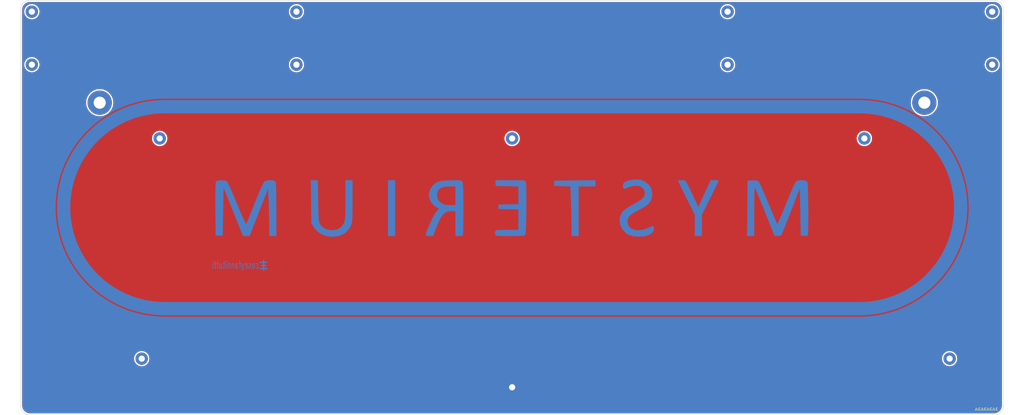
<source format=kicad_pcb>
(kicad_pcb (version 20171130) (host pcbnew 5.99.0+really5.1.10+dfsg1-1)

  (general
    (thickness 1.6)
    (drawings 11)
    (tracks 0)
    (zones 0)
    (modules 19)
    (nets 2)
  )

  (page A3)
  (layers
    (0 F.Cu signal)
    (31 B.Cu signal)
    (32 B.Adhes user)
    (33 F.Adhes user)
    (34 B.Paste user)
    (35 F.Paste user)
    (36 B.SilkS user)
    (37 F.SilkS user)
    (38 B.Mask user)
    (39 F.Mask user)
    (40 Dwgs.User user)
    (41 Cmts.User user)
    (42 Eco1.User user)
    (43 Eco2.User user)
    (44 Edge.Cuts user)
    (45 Margin user)
    (46 B.CrtYd user)
    (47 F.CrtYd user)
    (48 B.Fab user)
    (49 F.Fab user)
  )

  (setup
    (last_trace_width 0.25)
    (trace_clearance 0.2)
    (zone_clearance 0.508)
    (zone_45_only no)
    (trace_min 0.2)
    (via_size 0.8)
    (via_drill 0.4)
    (via_min_size 0.4)
    (via_min_drill 0.3)
    (uvia_size 0.3)
    (uvia_drill 0.1)
    (uvias_allowed no)
    (uvia_min_size 0.2)
    (uvia_min_drill 0.1)
    (edge_width 0.05)
    (segment_width 0.2)
    (pcb_text_width 0.3)
    (pcb_text_size 1.5 1.5)
    (mod_edge_width 0.12)
    (mod_text_size 1 1)
    (mod_text_width 0.15)
    (pad_size 0.9 1.7)
    (pad_drill 0.6)
    (pad_to_mask_clearance 0.051)
    (solder_mask_min_width 0.25)
    (aux_axis_origin 0 0)
    (visible_elements 7FFFF7FF)
    (pcbplotparams
      (layerselection 0x010f0_ffffffff)
      (usegerberextensions true)
      (usegerberattributes false)
      (usegerberadvancedattributes false)
      (creategerberjobfile false)
      (excludeedgelayer true)
      (linewidth 0.150000)
      (plotframeref false)
      (viasonmask false)
      (mode 1)
      (useauxorigin false)
      (hpglpennumber 1)
      (hpglpenspeed 20)
      (hpglpendiameter 15.000000)
      (psnegative false)
      (psa4output false)
      (plotreference true)
      (plotvalue true)
      (plotinvisibletext false)
      (padsonsilk false)
      (subtractmaskfromsilk true)
      (outputformat 1)
      (mirror false)
      (drillshape 0)
      (scaleselection 1)
      (outputdirectory "Gerber bottom"))
  )

  (net 0 "")
  (net 1 GND)

  (net_class Default "This is the default net class."
    (clearance 0.2)
    (trace_width 0.25)
    (via_dia 0.8)
    (via_drill 0.4)
    (uvia_dia 0.3)
    (uvia_drill 0.1)
    (add_net GND)
  )

  (module MountingHole:MountingHole_2.2mm_M2_Pad (layer F.Cu) (tedit 5DA81F35) (tstamp 5DA82726)
    (at 365.15604 187.572841)
    (descr "Mounting Hole 2.2mm, M2")
    (tags "mounting hole 2.2mm m2")
    (attr virtual)
    (fp_text reference REF** (at 0 -3.2) (layer Cmts.User)
      (effects (font (size 1 1) (thickness 0.15)))
    )
    (fp_text value MountingHole_2.2mm_M2_Pad (at 0 3.2) (layer F.Fab)
      (effects (font (size 1 1) (thickness 0.15)))
    )
    (fp_circle (center 0 0) (end 2.2 0) (layer Cmts.User) (width 0.15))
    (fp_circle (center 0 0) (end 2.45 0) (layer F.CrtYd) (width 0.05))
    (fp_text user %R (at 0.3 0) (layer F.Fab)
      (effects (font (size 1 1) (thickness 0.15)))
    )
    (pad 1 thru_hole circle (at 0 0) (size 4.4 4.4) (drill 2.2) (layers *.Cu *.Mask))
  )

  (module logos:MYSTERIUM_LARGE_COPPER (layer B.Cu) (tedit 611A33DA) (tstamp 5DB8E882)
    (at 210.419351 134.171649 180)
    (fp_text reference G*** (at 0 0 180) (layer B.SilkS) hide
      (effects (font (size 1.524 1.524) (thickness 0.3)) (justify mirror))
    )
    (fp_text value LOGO (at 0.75 0 180) (layer B.SilkS) hide
      (effects (font (size 1.524 1.524) (thickness 0.3)) (justify mirror))
    )
    (fp_poly (pts (xy -43.271574 9.947905) (xy -42.018632 9.794591) (xy -40.86507 9.533041) (xy -40.214166 9.289864)
      (xy -39.507049 8.813594) (xy -39.230443 8.21235) (xy -39.197531 7.674663) (xy -39.235625 6.983699)
      (xy -39.431969 6.670317) (xy -39.909656 6.704523) (xy -40.791777 7.056325) (xy -41.123163 7.205458)
      (xy -42.743234 7.721715) (xy -44.230398 7.788027) (xy -45.485006 7.431333) (xy -46.407407 6.678569)
      (xy -46.879138 5.649492) (xy -46.928973 4.746051) (xy -46.616434 3.917659) (xy -45.882767 3.099188)
      (xy -44.66922 2.225512) (xy -42.91704 1.231506) (xy -42.872259 1.207932) (xy -41.262969 0.298199)
      (xy -39.980312 -0.555305) (xy -39.13735 -1.275382) (xy -39.00101 -1.435328) (xy -38.220662 -2.933347)
      (xy -37.981651 -4.560526) (xy -38.251416 -6.193099) (xy -38.997397 -7.7073) (xy -40.187032 -8.97936)
      (xy -41.149084 -9.600433) (xy -42.26248 -9.965564) (xy -43.743486 -10.175699) (xy -45.349223 -10.219486)
      (xy -46.836811 -10.085571) (xy -47.611253 -9.902491) (xy -49.043766 -9.272222) (xy -49.88821 -8.498914)
      (xy -50.17266 -7.556561) (xy -50.172839 -7.529589) (xy -50.107577 -6.806487) (xy -49.838161 -6.509677)
      (xy -49.254145 -6.609292) (xy -48.331561 -7.031684) (xy -46.539387 -7.72735) (xy -44.849117 -7.999894)
      (xy -43.345332 -7.873585) (xy -42.11261 -7.372695) (xy -41.235531 -6.521495) (xy -40.798676 -5.344256)
      (xy -40.765432 -4.860494) (xy -40.946958 -3.864112) (xy -41.534455 -2.953547) (xy -42.592302 -2.062897)
      (xy -44.184876 -1.126258) (xy -44.639886 -0.894246) (xy -46.527474 0.125165) (xy -47.884935 1.069549)
      (xy -48.787334 2.028412) (xy -49.309738 3.091263) (xy -49.527213 4.347609) (xy -49.545679 4.955338)
      (xy -49.271823 6.649531) (xy -48.44669 8.049168) (xy -47.064929 9.162574) (xy -46.720926 9.35184)
      (xy -45.763169 9.77315) (xy -44.840058 9.962795) (xy -43.664712 9.97035) (xy -43.271574 9.947905)) (layer B.Mask) (width 0.01))
    (fp_poly (pts (xy 58.959973 2.743827) (xy 58.967469 0.421228) (xy 58.989253 -1.366513) (xy 59.032032 -2.711654)
      (xy 59.102511 -3.706453) (xy 59.207397 -4.443166) (xy 59.353395 -5.014051) (xy 59.547211 -5.511365)
      (xy 59.562492 -5.545254) (xy 60.45851 -6.829958) (xy 61.759765 -7.63816) (xy 63.458232 -7.965105)
      (xy 63.65679 -7.971278) (xy 65.453895 -7.76258) (xy 66.861427 -7.064118) (xy 67.808956 -5.999525)
      (xy 68.035722 -5.605733) (xy 68.209894 -5.188857) (xy 68.33986 -4.661333) (xy 68.434008 -3.935599)
      (xy 68.500727 -2.924093) (xy 68.548406 -1.539252) (xy 68.585433 0.306487) (xy 68.61653 2.430247)
      (xy 68.715776 9.720987) (xy 71.223095 9.720987) (xy 71.124511 2.091019) (xy 71.025926 -5.53895)
      (xy 70.082387 -7.064032) (xy 68.869762 -8.456755) (xy 67.249531 -9.488251) (xy 65.352974 -10.118122)
      (xy 63.311371 -10.305974) (xy 61.256002 -10.01141) (xy 60.874361 -9.897442) (xy 59.151413 -9.01683)
      (xy 57.763446 -7.64471) (xy 57.03895 -6.428395) (xy 56.852084 -5.963519) (xy 56.709412 -5.421802)
      (xy 56.605033 -4.715853) (xy 56.533044 -3.75828) (xy 56.487544 -2.46169) (xy 56.462633 -0.738691)
      (xy 56.452409 1.498108) (xy 56.451331 2.273456) (xy 56.444445 9.720987) (xy 58.953087 9.720987)
      (xy 58.959973 2.743827)) (layer B.Mask) (width 0.01))
    (fp_poly (pts (xy -100.954891 9.566116) (xy -100.277395 9.187352) (xy -100.263453 9.172222) (xy -100.014434 8.737189)
      (xy -99.574923 7.804193) (xy -98.982341 6.459551) (xy -98.274112 4.789581) (xy -97.487659 2.8806)
      (xy -96.863104 1.329156) (xy -96.062092 -0.650293) (xy -95.328061 -2.406865) (xy -94.694246 -3.865624)
      (xy -94.19388 -4.951638) (xy -93.860198 -5.58997) (xy -93.7339 -5.7264) (xy -93.557869 -5.380438)
      (xy -93.181605 -4.535755) (xy -92.640283 -3.274931) (xy -91.969076 -1.680548) (xy -91.203159 0.164813)
      (xy -90.626957 1.567901) (xy -89.799618 3.564601) (xy -89.02307 5.389031) (xy -88.336342 6.953379)
      (xy -87.778467 8.169833) (xy -87.388478 8.950584) (xy -87.240689 9.186047) (xy -86.770445 9.5263)
      (xy -86.041944 9.667644) (xy -84.997529 9.656418) (xy -83.255555 9.564197) (xy -83.172693 -0.235186)
      (xy -83.08983 -10.034568) (xy -85.607407 -10.034568) (xy -85.607407 -1.358848) (xy -85.615259 0.88631)
      (xy -85.637427 2.899475) (xy -85.671831 4.60361) (xy -85.71639 5.921675) (xy -85.769024 6.776631)
      (xy -85.827651 7.091441) (xy -85.835564 7.088716) (xy -86.00641 6.749077) (xy -86.376712 5.901836)
      (xy -86.915089 4.622521) (xy -87.590163 2.986666) (xy -88.370555 1.069799) (xy -89.224886 -1.052547)
      (xy -89.40729 -1.50861) (xy -92.750859 -9.877778) (xy -93.891493 -9.975619) (xy -94.547248 -9.997863)
      (xy -94.971311 -9.836156) (xy -95.319575 -9.359768) (xy -95.747934 -8.437967) (xy -95.761178 -8.407717)
      (xy -96.086861 -7.62905) (xy -96.593499 -6.374744) (xy -97.237502 -4.754746) (xy -97.97528 -2.879001)
      (xy -98.763241 -0.857456) (xy -99.12351 0.072913) (xy -101.75679 6.887802) (xy -102.07037 -9.877778)
      (xy -103.179109 -9.971097) (xy -103.978193 -9.975708) (xy -104.480489 -9.864502) (xy -104.511825 -9.840439)
      (xy -104.587846 -9.458818) (xy -104.647991 -8.546133) (xy -104.69277 -7.198269) (xy -104.722692 -5.511109)
      (xy -104.738265 -3.580536) (xy -104.739999 -1.502434) (xy -104.728403 0.627315) (xy -104.703986 2.712826)
      (xy -104.667256 4.658216) (xy -104.618724 6.367602) (xy -104.558897 7.745101) (xy -104.488286 8.694829)
      (xy -104.411189 9.114442) (xy -103.883949 9.516119) (xy -102.982559 9.727374) (xy -101.931409 9.745082)
      (xy -100.954891 9.566116)) (layer B.Mask) (width 0.01))
    (fp_poly (pts (xy -68.785392 6.66358) (xy -68.091809 5.18069) (xy -67.405121 3.701989) (xy -66.826732 2.446294)
      (xy -66.583446 1.912146) (xy -65.817543 0.218119) (xy -64.474404 3.166467) (xy -63.786496 4.658561)
      (xy -63.076485 6.169081) (xy -62.457393 7.458634) (xy -62.231173 7.917901) (xy -61.725314 8.892448)
      (xy -61.33392 9.431859) (xy -60.89674 9.66479) (xy -60.253522 9.719896) (xy -59.985293 9.720987)
      (xy -59.166344 9.687748) (xy -58.689262 9.604076) (xy -58.639506 9.561062) (xy -58.773688 9.245617)
      (xy -59.148845 8.454298) (xy -59.723897 7.271386) (xy -60.457763 5.781162) (xy -61.309361 4.067908)
      (xy -61.618518 3.449382) (xy -64.597531 -2.502372) (xy -64.597531 -10.034568) (xy -67.106173 -10.034568)
      (xy -67.106173 -2.502372) (xy -70.085185 3.449382) (xy -70.967462 5.219283) (xy -71.745979 6.794818)
      (xy -72.379654 8.091705) (xy -72.827406 9.025663) (xy -73.048154 9.512412) (xy -73.064197 9.561062)
      (xy -72.783565 9.656184) (xy -72.073066 9.713453) (xy -71.642816 9.720987) (xy -70.221434 9.720987)
      (xy -68.785392 6.66358)) (layer B.Mask) (width 0.01))
    (fp_poly (pts (xy -22.185802 9.648372) (xy -14.895062 9.564197) (xy -14.895062 7.682716) (xy -17.746485 7.593204)
      (xy -20.597908 7.503693) (xy -20.803006 1.63518) (xy -20.870983 -0.472888) (xy -20.929547 -2.600012)
      (xy -20.974648 -4.573726) (xy -21.002233 -6.221567) (xy -21.00899 -7.133951) (xy -21.009876 -10.034568)
      (xy -23.518518 -10.034568) (xy -23.518518 7.525926) (xy -29.476543 7.525926) (xy -29.476543 9.732546)
      (xy -22.185802 9.648372)) (layer B.Mask) (width 0.01))
    (fp_poly (pts (xy 5.899498 8.701851) (xy 5.801235 7.682716) (xy 1.803087 7.594952) (xy -2.195062 7.507188)
      (xy -2.195062 1.274861) (xy 1.332716 1.186196) (xy 4.860494 1.09753) (xy 4.860494 -0.470371)
      (xy -2.195062 -0.647701) (xy -2.195062 -7.839507) (xy 1.858489 -7.839507) (xy 3.533673 -7.847757)
      (xy 4.683185 -7.8814) (xy 5.408399 -7.953771) (xy 5.810685 -8.078208) (xy 5.991419 -8.268047)
      (xy 6.029663 -8.388272) (xy 6.061619 -9.189359) (xy 6.016082 -9.485803) (xy 5.914036 -9.690548)
      (xy 5.660918 -9.837384) (xy 5.166377 -9.935741) (xy 4.340063 -9.995049) (xy 3.091627 -10.024739)
      (xy 1.330717 -10.034241) (xy 0.75841 -10.034568) (xy -1.152966 -10.02957) (xy -2.532194 -10.00753)
      (xy -3.474256 -9.95788) (xy -4.07413 -9.870052) (xy -4.426797 -9.733476) (xy -4.627236 -9.537584)
      (xy -4.692671 -9.428023) (xy -4.771561 -8.975362) (xy -4.84116 -7.994816) (xy -4.900751 -6.585601)
      (xy -4.949622 -4.846934) (xy -4.987057 -2.878031) (xy -5.012343 -0.778108) (xy -5.024765 1.353618)
      (xy -5.023609 3.41793) (xy -5.008161 5.315612) (xy -4.977707 6.947448) (xy -4.931532 8.21422)
      (xy -4.868923 9.016713) (xy -4.826944 9.22497) (xy -4.679291 9.409141) (xy -4.341181 9.542247)
      (xy -3.725462 9.632135) (xy -2.744982 9.686655) (xy -1.312587 9.713656) (xy 0.658873 9.720987)
      (xy 5.997761 9.720987) (xy 5.899498 8.701851)) (layer B.Mask) (width 0.01))
    (fp_poly (pts (xy 21.453154 9.680081) (xy 21.809865 9.670279) (xy 23.564158 9.599757) (xy 24.836012 9.489441)
      (xy 25.769888 9.317626) (xy 26.510248 9.062608) (xy 26.811111 8.918867) (xy 27.929742 8.043184)
      (xy 28.831715 6.785233) (xy 29.374977 5.377982) (xy 29.469657 4.558864) (xy 29.196067 3.070628)
      (xy 28.482205 1.659966) (xy 27.456968 0.555987) (xy 27.072597 0.298209) (xy 25.870371 -0.393322)
      (xy 26.848426 -1.429752) (xy 27.276747 -2.032311) (xy 27.827695 -3.016312) (xy 28.444759 -4.25309)
      (xy 29.071429 -5.613981) (xy 29.651194 -6.970322) (xy 30.127544 -8.193448) (xy 30.443967 -9.154695)
      (xy 30.543954 -9.725399) (xy 30.524457 -9.799383) (xy 30.146998 -9.950606) (xy 29.391855 -10.030721)
      (xy 29.171871 -10.034568) (xy 27.963471 -10.034568) (xy 27.105671 -7.761112) (xy 26.228852 -5.556675)
      (xy 25.444359 -3.892614) (xy 24.694173 -2.700429) (xy 23.920282 -1.911621) (xy 23.064668 -1.45769)
      (xy 22.069317 -1.270137) (xy 21.594748 -1.254321) (xy 20.069136 -1.254321) (xy 20.069136 -10.034568)
      (xy 18.867078 -10.034568) (xy 18.03841 -9.984472) (xy 17.507957 -9.860526) (xy 17.455967 -9.825515)
      (xy 17.402735 -9.470164) (xy 17.354499 -8.567819) (xy 17.313054 -7.198634) (xy 17.28019 -5.442768)
      (xy 17.257703 -3.380378) (xy 17.247383 -1.091619) (xy 17.246914 -0.478042) (xy 17.250282 0.94074)
      (xy 20.069136 0.94074) (xy 22.061034 0.94074) (xy 23.384948 1.005313) (xy 24.339674 1.237806)
      (xy 25.114302 1.655997) (xy 26.135283 2.628609) (xy 26.584689 3.820263) (xy 26.524332 5.141494)
      (xy 26.085198 6.237774) (xy 25.217424 6.983448) (xy 23.875072 7.40375) (xy 22.185803 7.524753)
      (xy 20.069136 7.525926) (xy 20.069136 0.94074) (xy 17.250282 0.94074) (xy 17.253599 2.337378)
      (xy 17.275258 4.582866) (xy 17.314293 6.315528) (xy 17.373107 7.592468) (xy 17.454102 8.470788)
      (xy 17.559682 9.007594) (xy 17.654927 9.218369) (xy 17.896498 9.455964) (xy 18.282078 9.608422)
      (xy 18.926694 9.688254) (xy 19.945376 9.707969) (xy 21.453154 9.680081)) (layer B.Mask) (width 0.01))
    (fp_poly (pts (xy 43.901235 -10.034568) (xy 41.392593 -10.034568) (xy 41.392593 9.720987) (xy 43.901235 9.720987)
      (xy 43.901235 -10.034568)) (layer B.Mask) (width 0.01))
    (fp_poly (pts (xy 86.496999 9.640999) (xy 87.399934 9.376879) (xy 87.752981 9.143315) (xy 88.027132 8.69603)
      (xy 88.485371 7.751773) (xy 89.088632 6.399691) (xy 89.797849 4.728929) (xy 90.573955 2.828632)
      (xy 91.085434 1.538994) (xy 91.864719 -0.435613) (xy 92.577415 -2.216634) (xy 93.189234 -3.720381)
      (xy 93.665888 -4.863168) (xy 93.97309 -5.561309) (xy 94.067281 -5.738902) (xy 94.241485 -5.530176)
      (xy 94.614864 -4.81263) (xy 95.153939 -3.659852) (xy 95.825228 -2.145433) (xy 96.595253 -0.342963)
      (xy 97.34859 1.473444) (xy 98.197233 3.515783) (xy 98.994547 5.375582) (xy 99.703178 6.970327)
      (xy 100.285775 8.217499) (xy 100.704984 9.034583) (xy 100.904561 9.329012) (xy 101.574354 9.594268)
      (xy 102.543362 9.708189) (xy 103.563345 9.673245) (xy 104.386061 9.491911) (xy 104.702135 9.291184)
      (xy 104.813797 8.925086) (xy 104.897817 8.106859) (xy 104.955164 6.80185) (xy 104.986804 4.975402)
      (xy 104.993706 2.592861) (xy 104.976837 -0.380427) (xy 104.975717 -0.508199) (xy 104.892593 -9.877778)
      (xy 102.383951 -9.877778) (xy 102.070371 7.049076) (xy 98.633212 -1.492746) (xy 95.196054 -10.034568)
      (xy 92.875414 -10.034568) (xy 90.451051 -3.841358) (xy 89.665525 -1.834871) (xy 88.899228 0.12215)
      (xy 88.202731 1.900578) (xy 87.626605 3.371286) (xy 87.221421 4.405149) (xy 87.181276 4.507526)
      (xy 86.335864 6.6632) (xy 86.128426 1.870631) (xy 86.050644 -0.1873) (xy 85.986155 -2.390452)
      (xy 85.941037 -4.49418) (xy 85.921368 -6.25384) (xy 85.920988 -6.478253) (xy 85.920988 -10.034568)
      (xy 83.412346 -10.034568) (xy 83.412346 -0.533087) (xy 83.419861 2.405546) (xy 83.44354 4.761729)
      (xy 83.485077 6.58001) (xy 83.546171 7.904932) (xy 83.628518 8.781041) (xy 83.733816 9.252881)
      (xy 83.788642 9.344691) (xy 84.438337 9.637758) (xy 85.425461 9.732243) (xy 86.496999 9.640999)) (layer B.Mask) (width 0.01))
    (fp_line (start -122.93 35.7) (end 122.93 35.7) (layer B.Mask) (width 4.7))
    (fp_line (start -122.93 -35.7) (end 122.93 -35.7) (layer B.Mask) (width 4.7))
    (fp_poly (pts (xy 86.490999 9.627999) (xy 87.393934 9.363879) (xy 87.746981 9.130315) (xy 88.021132 8.68303)
      (xy 88.479371 7.738773) (xy 89.082632 6.386691) (xy 89.791849 4.715929) (xy 90.567955 2.815632)
      (xy 91.079434 1.525994) (xy 91.858719 -0.448613) (xy 92.571415 -2.229634) (xy 93.183234 -3.733381)
      (xy 93.659888 -4.876168) (xy 93.96709 -5.574309) (xy 94.061281 -5.751902) (xy 94.235485 -5.543176)
      (xy 94.608864 -4.82563) (xy 95.147939 -3.672852) (xy 95.819228 -2.158433) (xy 96.589253 -0.355963)
      (xy 97.34259 1.460444) (xy 98.191233 3.502783) (xy 98.988547 5.362582) (xy 99.697178 6.957327)
      (xy 100.279775 8.204499) (xy 100.698984 9.021583) (xy 100.898561 9.316012) (xy 101.568354 9.581268)
      (xy 102.537362 9.695189) (xy 103.557345 9.660245) (xy 104.380061 9.478911) (xy 104.696135 9.278184)
      (xy 104.807797 8.912086) (xy 104.891817 8.093859) (xy 104.949164 6.78885) (xy 104.980804 4.962402)
      (xy 104.987706 2.579861) (xy 104.970837 -0.393427) (xy 104.969717 -0.521199) (xy 104.886593 -9.890778)
      (xy 102.377951 -9.890778) (xy 102.064371 7.036076) (xy 98.627212 -1.505746) (xy 95.190054 -10.047568)
      (xy 92.869414 -10.047568) (xy 90.445051 -3.854358) (xy 89.659525 -1.847871) (xy 88.893228 0.10915)
      (xy 88.196731 1.887578) (xy 87.620605 3.358286) (xy 87.215421 4.392149) (xy 87.175276 4.494526)
      (xy 86.329864 6.6502) (xy 86.122426 1.857631) (xy 86.044644 -0.2003) (xy 85.980155 -2.403452)
      (xy 85.935037 -4.50718) (xy 85.915368 -6.26684) (xy 85.914988 -6.491253) (xy 85.914988 -10.047568)
      (xy 83.406346 -10.047568) (xy 83.406346 -0.546087) (xy 83.413861 2.392546) (xy 83.43754 4.748729)
      (xy 83.479077 6.56701) (xy 83.540171 7.891932) (xy 83.622518 8.768041) (xy 83.727816 9.239881)
      (xy 83.782642 9.331691) (xy 84.432337 9.624758) (xy 85.419461 9.719243) (xy 86.490999 9.627999)) (layer B.Cu) (width 0.01))
    (fp_line (start -122.936 35.687) (end 122.924 35.687) (layer B.Cu) (width 4.7))
    (fp_line (start -122.936 -35.713) (end 122.924 -35.713) (layer B.Cu) (width 4.7))
    (fp_poly (pts (xy 21.447154 9.667081) (xy 21.803865 9.657279) (xy 23.558158 9.586757) (xy 24.830012 9.476441)
      (xy 25.763888 9.304626) (xy 26.504248 9.049608) (xy 26.805111 8.905867) (xy 27.923742 8.030184)
      (xy 28.825715 6.772233) (xy 29.368977 5.364982) (xy 29.463657 4.545864) (xy 29.190067 3.057628)
      (xy 28.476205 1.646966) (xy 27.450968 0.542987) (xy 27.066597 0.285209) (xy 25.864371 -0.406322)
      (xy 26.842426 -1.442752) (xy 27.270747 -2.045311) (xy 27.821695 -3.029312) (xy 28.438759 -4.26609)
      (xy 29.065429 -5.626981) (xy 29.645194 -6.983322) (xy 30.121544 -8.206448) (xy 30.437967 -9.167695)
      (xy 30.537954 -9.738399) (xy 30.518457 -9.812383) (xy 30.140998 -9.963606) (xy 29.385855 -10.043721)
      (xy 29.165871 -10.047568) (xy 27.957471 -10.047568) (xy 27.099671 -7.774112) (xy 26.222852 -5.569675)
      (xy 25.438359 -3.905614) (xy 24.688173 -2.713429) (xy 23.914282 -1.924621) (xy 23.058668 -1.47069)
      (xy 22.063317 -1.283137) (xy 21.588748 -1.267321) (xy 20.063136 -1.267321) (xy 20.063136 -10.047568)
      (xy 18.861078 -10.047568) (xy 18.03241 -9.997472) (xy 17.501957 -9.873526) (xy 17.449967 -9.838515)
      (xy 17.396735 -9.483164) (xy 17.348499 -8.580819) (xy 17.307054 -7.211634) (xy 17.27419 -5.455768)
      (xy 17.251703 -3.393378) (xy 17.241383 -1.104619) (xy 17.240914 -0.491042) (xy 17.244282 0.92774)
      (xy 20.063136 0.92774) (xy 22.055034 0.92774) (xy 23.378948 0.992313) (xy 24.333674 1.224806)
      (xy 25.108302 1.642997) (xy 26.129283 2.615609) (xy 26.578689 3.807263) (xy 26.518332 5.128494)
      (xy 26.079198 6.224774) (xy 25.211424 6.970448) (xy 23.869072 7.39075) (xy 22.179803 7.511753)
      (xy 20.063136 7.512926) (xy 20.063136 0.92774) (xy 17.244282 0.92774) (xy 17.247599 2.324378)
      (xy 17.269258 4.569866) (xy 17.308293 6.302528) (xy 17.367107 7.579468) (xy 17.448102 8.457788)
      (xy 17.553682 8.994594) (xy 17.648927 9.205369) (xy 17.890498 9.442964) (xy 18.276078 9.595422)
      (xy 18.920694 9.675254) (xy 19.939376 9.694969) (xy 21.447154 9.667081)) (layer B.Cu) (width 0.01))
    (fp_poly (pts (xy 5.893498 8.688851) (xy 5.795235 7.669716) (xy 1.797087 7.581952) (xy -2.201062 7.494188)
      (xy -2.201062 1.261861) (xy 1.326716 1.173196) (xy 4.854494 1.08453) (xy 4.854494 -0.483371)
      (xy -2.201062 -0.660701) (xy -2.201062 -7.852507) (xy 1.852489 -7.852507) (xy 3.527673 -7.860757)
      (xy 4.677185 -7.8944) (xy 5.402399 -7.966771) (xy 5.804685 -8.091208) (xy 5.985419 -8.281047)
      (xy 6.023663 -8.401272) (xy 6.055619 -9.202359) (xy 6.010082 -9.498803) (xy 5.908036 -9.703548)
      (xy 5.654918 -9.850384) (xy 5.160377 -9.948741) (xy 4.334063 -10.008049) (xy 3.085627 -10.037739)
      (xy 1.324717 -10.047241) (xy 0.75241 -10.047568) (xy -1.158966 -10.04257) (xy -2.538194 -10.02053)
      (xy -3.480256 -9.97088) (xy -4.08013 -9.883052) (xy -4.432797 -9.746476) (xy -4.633236 -9.550584)
      (xy -4.698671 -9.441023) (xy -4.777561 -8.988362) (xy -4.84716 -8.007816) (xy -4.906751 -6.598601)
      (xy -4.955622 -4.859934) (xy -4.993057 -2.891031) (xy -5.018343 -0.791108) (xy -5.030765 1.340618)
      (xy -5.029609 3.40493) (xy -5.014161 5.302612) (xy -4.983707 6.934448) (xy -4.937532 8.20122)
      (xy -4.874923 9.003713) (xy -4.832944 9.21197) (xy -4.685291 9.396141) (xy -4.347181 9.529247)
      (xy -3.731462 9.619135) (xy -2.750982 9.673655) (xy -1.318587 9.700656) (xy 0.652873 9.707987)
      (xy 5.991761 9.707987) (xy 5.893498 8.688851)) (layer B.Cu) (width 0.01))
    (fp_poly (pts (xy -22.191802 9.635372) (xy -14.901062 9.551197) (xy -14.901062 7.669716) (xy -17.752485 7.580204)
      (xy -20.603908 7.490693) (xy -20.809006 1.62218) (xy -20.876983 -0.485888) (xy -20.935547 -2.613012)
      (xy -20.980648 -4.586726) (xy -21.008233 -6.234567) (xy -21.01499 -7.146951) (xy -21.015876 -10.047568)
      (xy -23.524518 -10.047568) (xy -23.524518 7.512926) (xy -29.482543 7.512926) (xy -29.482543 9.719546)
      (xy -22.191802 9.635372)) (layer B.Cu) (width 0.01))
    (fp_poly (pts (xy -43.277574 9.934905) (xy -42.024632 9.781591) (xy -40.87107 9.520041) (xy -40.220166 9.276864)
      (xy -39.513049 8.800594) (xy -39.236443 8.19935) (xy -39.203531 7.661663) (xy -39.241625 6.970699)
      (xy -39.437969 6.657317) (xy -39.915656 6.691523) (xy -40.797777 7.043325) (xy -41.129163 7.192458)
      (xy -42.749234 7.708715) (xy -44.236398 7.775027) (xy -45.491006 7.418333) (xy -46.413407 6.665569)
      (xy -46.885138 5.636492) (xy -46.934973 4.733051) (xy -46.622434 3.904659) (xy -45.888767 3.086188)
      (xy -44.67522 2.212512) (xy -42.92304 1.218506) (xy -42.878259 1.194932) (xy -41.268969 0.285199)
      (xy -39.986312 -0.568305) (xy -39.14335 -1.288382) (xy -39.00701 -1.448328) (xy -38.226662 -2.946347)
      (xy -37.987651 -4.573526) (xy -38.257416 -6.206099) (xy -39.003397 -7.7203) (xy -40.193032 -8.99236)
      (xy -41.155084 -9.613433) (xy -42.26848 -9.978564) (xy -43.749486 -10.188699) (xy -45.355223 -10.232486)
      (xy -46.842811 -10.098571) (xy -47.617253 -9.915491) (xy -49.049766 -9.285222) (xy -49.89421 -8.511914)
      (xy -50.17866 -7.569561) (xy -50.178839 -7.542589) (xy -50.113577 -6.819487) (xy -49.844161 -6.522677)
      (xy -49.260145 -6.622292) (xy -48.337561 -7.044684) (xy -46.545387 -7.74035) (xy -44.855117 -8.012894)
      (xy -43.351332 -7.886585) (xy -42.11861 -7.385695) (xy -41.241531 -6.534495) (xy -40.804676 -5.357256)
      (xy -40.771432 -4.873494) (xy -40.952958 -3.877112) (xy -41.540455 -2.966547) (xy -42.598302 -2.075897)
      (xy -44.190876 -1.139258) (xy -44.645886 -0.907246) (xy -46.533474 0.112165) (xy -47.890935 1.056549)
      (xy -48.793334 2.015412) (xy -49.315738 3.078263) (xy -49.533213 4.334609) (xy -49.551679 4.942338)
      (xy -49.277823 6.636531) (xy -48.45269 8.036168) (xy -47.070929 9.149574) (xy -46.726926 9.33884)
      (xy -45.769169 9.76015) (xy -44.846058 9.949795) (xy -43.670712 9.95735) (xy -43.277574 9.934905)) (layer B.Cu) (width 0.01))
    (fp_poly (pts (xy -68.791392 6.65058) (xy -68.097809 5.16769) (xy -67.411121 3.688989) (xy -66.832732 2.433294)
      (xy -66.589446 1.899146) (xy -65.823543 0.205119) (xy -64.480404 3.153467) (xy -63.792496 4.645561)
      (xy -63.082485 6.156081) (xy -62.463393 7.445634) (xy -62.237173 7.904901) (xy -61.731314 8.879448)
      (xy -61.33992 9.418859) (xy -60.90274 9.65179) (xy -60.259522 9.706896) (xy -59.991293 9.707987)
      (xy -59.172344 9.674748) (xy -58.695262 9.591076) (xy -58.645506 9.548062) (xy -58.779688 9.232617)
      (xy -59.154845 8.441298) (xy -59.729897 7.258386) (xy -60.463763 5.768162) (xy -61.315361 4.054908)
      (xy -61.624518 3.436382) (xy -64.603531 -2.515372) (xy -64.603531 -10.047568) (xy -67.112173 -10.047568)
      (xy -67.112173 -2.515372) (xy -70.091185 3.436382) (xy -70.973462 5.206283) (xy -71.751979 6.781818)
      (xy -72.385654 8.078705) (xy -72.833406 9.012663) (xy -73.054154 9.499412) (xy -73.070197 9.548062)
      (xy -72.789565 9.643184) (xy -72.079066 9.700453) (xy -71.648816 9.707987) (xy -70.227434 9.707987)
      (xy -68.791392 6.65058)) (layer B.Cu) (width 0.01))
    (fp_poly (pts (xy -100.960891 9.553116) (xy -100.283395 9.174352) (xy -100.269453 9.159222) (xy -100.020434 8.724189)
      (xy -99.580923 7.791193) (xy -98.988341 6.446551) (xy -98.280112 4.776581) (xy -97.493659 2.8676)
      (xy -96.869104 1.316156) (xy -96.068092 -0.663293) (xy -95.334061 -2.419865) (xy -94.700246 -3.878624)
      (xy -94.19988 -4.964638) (xy -93.866198 -5.60297) (xy -93.7399 -5.7394) (xy -93.563869 -5.393438)
      (xy -93.187605 -4.548755) (xy -92.646283 -3.287931) (xy -91.975076 -1.693548) (xy -91.209159 0.151813)
      (xy -90.632957 1.554901) (xy -89.805618 3.551601) (xy -89.02907 5.376031) (xy -88.342342 6.940379)
      (xy -87.784467 8.156833) (xy -87.394478 8.937584) (xy -87.246689 9.173047) (xy -86.776445 9.5133)
      (xy -86.047944 9.654644) (xy -85.003529 9.643418) (xy -83.261555 9.551197) (xy -83.178693 -0.248186)
      (xy -83.09583 -10.047568) (xy -85.613407 -10.047568) (xy -85.613407 -1.371848) (xy -85.621259 0.87331)
      (xy -85.643427 2.886475) (xy -85.677831 4.59061) (xy -85.72239 5.908675) (xy -85.775024 6.763631)
      (xy -85.833651 7.078441) (xy -85.841564 7.075716) (xy -86.01241 6.736077) (xy -86.382712 5.888836)
      (xy -86.921089 4.609521) (xy -87.596163 2.973666) (xy -88.376555 1.056799) (xy -89.230886 -1.065547)
      (xy -89.41329 -1.52161) (xy -92.756859 -9.890778) (xy -93.897493 -9.988619) (xy -94.553248 -10.010863)
      (xy -94.977311 -9.849156) (xy -95.325575 -9.372768) (xy -95.753934 -8.450967) (xy -95.767178 -8.420717)
      (xy -96.092861 -7.64205) (xy -96.599499 -6.387744) (xy -97.243502 -4.767746) (xy -97.98128 -2.892001)
      (xy -98.769241 -0.870456) (xy -99.12951 0.059913) (xy -101.76279 6.874802) (xy -102.07637 -9.890778)
      (xy -103.185109 -9.984097) (xy -103.984193 -9.988708) (xy -104.486489 -9.877502) (xy -104.517825 -9.853439)
      (xy -104.593846 -9.471818) (xy -104.653991 -8.559133) (xy -104.69877 -7.211269) (xy -104.728692 -5.524109)
      (xy -104.744265 -3.593536) (xy -104.745999 -1.515434) (xy -104.734403 0.614315) (xy -104.709986 2.699826)
      (xy -104.673256 4.645216) (xy -104.624724 6.354602) (xy -104.564897 7.732101) (xy -104.494286 8.681829)
      (xy -104.417189 9.101442) (xy -103.889949 9.503119) (xy -102.988559 9.714374) (xy -101.937409 9.732082)
      (xy -100.960891 9.553116)) (layer B.Cu) (width 0.01))
    (fp_poly (pts (xy 58.953973 2.730827) (xy 58.961469 0.408228) (xy 58.983253 -1.379513) (xy 59.026032 -2.724654)
      (xy 59.096511 -3.719453) (xy 59.201397 -4.456166) (xy 59.347395 -5.027051) (xy 59.541211 -5.524365)
      (xy 59.556492 -5.558254) (xy 60.45251 -6.842958) (xy 61.753765 -7.65116) (xy 63.452232 -7.978105)
      (xy 63.65079 -7.984278) (xy 65.447895 -7.77558) (xy 66.855427 -7.077118) (xy 67.802956 -6.012525)
      (xy 68.029722 -5.618733) (xy 68.203894 -5.201857) (xy 68.33386 -4.674333) (xy 68.428008 -3.948599)
      (xy 68.494727 -2.937093) (xy 68.542406 -1.552252) (xy 68.579433 0.293487) (xy 68.61053 2.417247)
      (xy 68.709776 9.707987) (xy 71.217095 9.707987) (xy 71.118511 2.078019) (xy 71.019926 -5.55195)
      (xy 70.076387 -7.077032) (xy 68.863762 -8.469755) (xy 67.243531 -9.501251) (xy 65.346974 -10.131122)
      (xy 63.305371 -10.318974) (xy 61.250002 -10.02441) (xy 60.868361 -9.910442) (xy 59.145413 -9.02983)
      (xy 57.757446 -7.65771) (xy 57.03295 -6.441395) (xy 56.846084 -5.976519) (xy 56.703412 -5.434802)
      (xy 56.599033 -4.728853) (xy 56.527044 -3.77128) (xy 56.481544 -2.47469) (xy 56.456633 -0.751691)
      (xy 56.446409 1.485108) (xy 56.445331 2.260456) (xy 56.438445 9.707987) (xy 58.947087 9.707987)
      (xy 58.953973 2.730827)) (layer B.Cu) (width 0.01))
    (fp_poly (pts (xy 43.895235 -10.047568) (xy 41.386593 -10.047568) (xy 41.386593 9.707987) (xy 43.895235 9.707987)
      (xy 43.895235 -10.047568)) (layer B.Cu) (width 0.01))
    (fp_arc (start 122.93 0) (end 122.93 -35.7) (angle 180) (layer B.Cu) (width 4.7))
    (fp_arc (start -122.93 0) (end -122.93 35.7) (angle 180) (layer B.Mask) (width 4.7))
    (fp_text user G*** (at -0.006 -0.013 180) (layer B.SilkS) hide
      (effects (font (size 1.524 1.524) (thickness 0.3)) (justify mirror))
    )
    (fp_text user LOGO (at 0.744 -0.013 180) (layer B.SilkS) hide
      (effects (font (size 1.524 1.524) (thickness 0.3)) (justify mirror))
    )
    (fp_arc (start -122.936 -0.013) (end -122.936 35.687) (angle 180) (layer B.Cu) (width 4.7))
    (fp_arc (start 122.924 -0.013) (end 122.924 -35.713) (angle 180) (layer B.Mask) (width 4.7))
  )

  (module MountingHole:MountingHole_4.3mm_M4_Pad (layer F.Cu) (tedit 56D1B4CB) (tstamp 5DB89560)
    (at 356.2131 97.0534)
    (descr "Mounting Hole 4.3mm, M4")
    (tags "mounting hole 4.3mm m4")
    (attr virtual)
    (fp_text reference REF** (at 0 -5.3) (layer Cmts.User)
      (effects (font (size 1 1) (thickness 0.15)))
    )
    (fp_text value MountingHole_4.3mm_M4_Pad (at 0 5.3) (layer F.Fab)
      (effects (font (size 1 1) (thickness 0.15)))
    )
    (fp_circle (center 0 0) (end 4.55 0) (layer F.CrtYd) (width 0.05))
    (fp_circle (center 0 0) (end 4.3 0) (layer Cmts.User) (width 0.15))
    (fp_text user %R (at 0.3 0) (layer F.Fab)
      (effects (font (size 1 1) (thickness 0.15)))
    )
    (pad 1 thru_hole circle (at 0 0) (size 8.6 8.6) (drill 4.3) (layers *.Cu *.Mask))
  )

  (module MountingHole:MountingHole_4.3mm_M4_Pad (layer F.Cu) (tedit 56D1B4CB) (tstamp 5DB894FE)
    (at 64.5506 97.0534)
    (descr "Mounting Hole 4.3mm, M4")
    (tags "mounting hole 4.3mm m4")
    (attr virtual)
    (fp_text reference REF** (at 0 -5.3) (layer Cmts.User)
      (effects (font (size 1 1) (thickness 0.15)))
    )
    (fp_text value MountingHole_4.3mm_M4_Pad (at 0 5.3) (layer F.Fab)
      (effects (font (size 1 1) (thickness 0.15)))
    )
    (fp_circle (center 0 0) (end 4.3 0) (layer Cmts.User) (width 0.15))
    (fp_circle (center 0 0) (end 4.55 0) (layer F.CrtYd) (width 0.05))
    (fp_text user %R (at 0.3 0) (layer F.Fab)
      (effects (font (size 1 1) (thickness 0.15)))
    )
    (pad 1 thru_hole circle (at 0 0) (size 8.6 8.6) (drill 4.3) (layers *.Cu *.Mask))
  )

  (module "logos:TOPY 4MM MASK" (layer B.Cu) (tedit 0) (tstamp 5DB8E996)
    (at 122.5296 154.607658)
    (fp_text reference G*** (at 0 0) (layer B.SilkS) hide
      (effects (font (size 1.524 1.524) (thickness 0.3)) (justify mirror))
    )
    (fp_text value LOGO (at 0.75 0) (layer B.SilkS) hide
      (effects (font (size 1.524 1.524) (thickness 0.3)) (justify mirror))
    )
    (fp_poly (pts (xy 0.220134 1.320919) (xy 0.789517 1.318742) (xy 1.3589 1.316566) (xy 1.3589 0.910166)
      (xy 0.220134 0.905814) (xy 0.220134 0.245533) (xy 0.939801 0.245533) (xy 0.939801 -0.186267)
      (xy 0.220134 -0.186267) (xy 0.220134 -0.863481) (xy 0.789517 -0.865658) (xy 1.3589 -0.867834)
      (xy 1.361163 -1.081617) (xy 1.363425 -1.2954) (xy 0.220134 -1.2954) (xy 0.220134 -1.913467)
      (xy -0.220133 -1.913467) (xy -0.220133 -1.2954) (xy -1.354666 -1.2954) (xy -1.354666 -0.863601)
      (xy -0.220133 -0.863601) (xy -0.220133 -0.186267) (xy -0.931333 -0.186267) (xy -0.931333 0.245533)
      (xy -0.220133 0.245533) (xy -0.220133 0.905933) (xy -1.354666 0.905933) (xy -1.354666 1.320799)
      (xy -0.220352 1.320799) (xy -0.2159 1.909233) (xy 0.002117 1.911492) (xy 0.220134 1.913752)
      (xy 0.220134 1.320919)) (layer B.Mask) (width 0.01))
  )

  (module "logos:TOPY 4MM COPPER" (layer B.Cu) (tedit 5CDE2DB2) (tstamp 5DB8E971)
    (at 122.5296 154.607658)
    (fp_text reference G*** (at 0 0) (layer B.SilkS) hide
      (effects (font (size 1.524 1.524) (thickness 0.3)) (justify mirror))
    )
    (fp_text value LOGO (at 0.75 0) (layer B.SilkS) hide
      (effects (font (size 1.524 1.524) (thickness 0.3)) (justify mirror))
    )
    (fp_poly (pts (xy 0.220134 1.320919) (xy 0.789517 1.318742) (xy 1.3589 1.316566) (xy 1.3589 0.910166)
      (xy 0.220134 0.905814) (xy 0.220134 0.245533) (xy 0.939801 0.245533) (xy 0.939801 -0.186267)
      (xy 0.220134 -0.186267) (xy 0.220134 -0.863481) (xy 0.789517 -0.865658) (xy 1.3589 -0.867834)
      (xy 1.361163 -1.081617) (xy 1.363425 -1.2954) (xy 0.220134 -1.2954) (xy 0.220134 -1.913467)
      (xy -0.220133 -1.913467) (xy -0.220133 -1.2954) (xy -1.354666 -1.2954) (xy -1.354666 -0.863601)
      (xy -0.220133 -0.863601) (xy -0.220133 -0.186267) (xy -0.931333 -0.186267) (xy -0.931333 0.245533)
      (xy -0.220133 0.245533) (xy -0.220133 0.905933) (xy -1.354666 0.905933) (xy -1.354666 1.320799)
      (xy -0.220352 1.320799) (xy -0.2159 1.909233) (xy 0.002117 1.911492) (xy 0.220134 1.913752)
      (xy 0.220134 1.320919)) (layer B.Cu) (width 0.01))
  )

  (module MountingHole:MountingHole_2.2mm_M2_Pad (layer F.Cu) (tedit 5DA81F35) (tstamp 5DB49577)
    (at 286.6263 83.6134)
    (descr "Mounting Hole 2.2mm, M2")
    (tags "mounting hole 2.2mm m2")
    (attr virtual)
    (fp_text reference REF** (at 0 -3.2) (layer Cmts.User)
      (effects (font (size 1 1) (thickness 0.15)))
    )
    (fp_text value MountingHole_2.2mm_M2_Pad (at 0 3.2) (layer F.Fab)
      (effects (font (size 1 1) (thickness 0.15)))
    )
    (fp_circle (center 0 0) (end 2.2 0) (layer Cmts.User) (width 0.15))
    (fp_circle (center 0 0) (end 2.45 0) (layer F.CrtYd) (width 0.05))
    (fp_text user %R (at 0.3 0) (layer F.Fab)
      (effects (font (size 1 1) (thickness 0.15)))
    )
    (pad 1 thru_hole circle (at 0 0) (size 4.4 4.4) (drill 2.2) (layers *.Cu *.Mask))
  )

  (module MountingHole:MountingHole_2.2mm_M2_Pad (layer F.Cu) (tedit 5DA81F35) (tstamp 5DB49451)
    (at 134.1374 83.6134)
    (descr "Mounting Hole 2.2mm, M2")
    (tags "mounting hole 2.2mm m2")
    (attr virtual)
    (fp_text reference REF** (at 0 -3.2) (layer Cmts.User)
      (effects (font (size 1 1) (thickness 0.15)))
    )
    (fp_text value MountingHole_2.2mm_M2_Pad (at 0 3.2) (layer F.Fab)
      (effects (font (size 1 1) (thickness 0.15)))
    )
    (fp_circle (center 0 0) (end 2.45 0) (layer F.CrtYd) (width 0.05))
    (fp_circle (center 0 0) (end 2.2 0) (layer Cmts.User) (width 0.15))
    (fp_text user %R (at 0.3 0) (layer F.Fab)
      (effects (font (size 1 1) (thickness 0.15)))
    )
    (pad 1 thru_hole circle (at 0 0) (size 4.4 4.4) (drill 2.2) (layers *.Cu *.Mask))
  )

  (module MountingHole:MountingHole_2.2mm_M2_Pad (layer F.Cu) (tedit 5DA81F35) (tstamp 5DA8A32B)
    (at 286.6263 64.8634)
    (descr "Mounting Hole 2.2mm, M2")
    (tags "mounting hole 2.2mm m2")
    (attr virtual)
    (fp_text reference REF** (at 0 -3.2) (layer Cmts.User)
      (effects (font (size 1 1) (thickness 0.15)))
    )
    (fp_text value MountingHole_2.2mm_M2_Pad (at 0 3.2) (layer F.Fab)
      (effects (font (size 1 1) (thickness 0.15)))
    )
    (fp_circle (center 0 0) (end 2.45 0) (layer F.CrtYd) (width 0.05))
    (fp_circle (center 0 0) (end 2.2 0) (layer Cmts.User) (width 0.15))
    (fp_text user %R (at 0.3 0) (layer F.Fab)
      (effects (font (size 1 1) (thickness 0.15)))
    )
    (pad 1 thru_hole circle (at 0 0) (size 4.4 4.4) (drill 2.2) (layers *.Cu *.Mask))
  )

  (module MountingHole:MountingHole_2.2mm_M2_Pad (layer F.Cu) (tedit 5DA81F72) (tstamp 5DA82185)
    (at 40.5506 64.8634)
    (descr "Mounting Hole 2.2mm, M2")
    (tags "mounting hole 2.2mm m2")
    (attr virtual)
    (fp_text reference REF** (at 0 -3.2) (layer Cmts.User)
      (effects (font (size 1 1) (thickness 0.15)))
    )
    (fp_text value MountingHole_2.2mm_M2_Pad (at 0 3.2) (layer F.Fab)
      (effects (font (size 1 1) (thickness 0.15)))
    )
    (fp_circle (center 0 0) (end 2.2 0) (layer Cmts.User) (width 0.15))
    (fp_circle (center 0 0) (end 2.45 0) (layer F.CrtYd) (width 0.05))
    (fp_text user %R (at 0.3 0) (layer F.Fab)
      (effects (font (size 1 1) (thickness 0.15)))
    )
    (pad 1 thru_hole circle (at 0 0) (size 4.4 4.4) (drill 2.2) (layers *.Cu *.Mask))
  )

  (module MountingHole:MountingHole_2.2mm_M2_Pad (layer F.Cu) (tedit 5DA81F35) (tstamp 5DA826B6)
    (at 79.4018 187.5874)
    (descr "Mounting Hole 2.2mm, M2")
    (tags "mounting hole 2.2mm m2")
    (attr virtual)
    (fp_text reference REF** (at 0 -3.2) (layer Cmts.User)
      (effects (font (size 1 1) (thickness 0.15)))
    )
    (fp_text value MountingHole_2.2mm_M2_Pad (at 0 3.2) (layer F.Fab)
      (effects (font (size 1 1) (thickness 0.15)))
    )
    (fp_circle (center 0 0) (end 2.2 0) (layer Cmts.User) (width 0.15))
    (fp_circle (center 0 0) (end 2.45 0) (layer F.CrtYd) (width 0.05))
    (fp_text user %R (at 0.3 0) (layer F.Fab)
      (effects (font (size 1 1) (thickness 0.15)))
    )
    (pad 1 thru_hole circle (at 0 0) (size 4.4 4.4) (drill 2.2) (layers *.Cu *.Mask))
  )

  (module MountingHole:MountingHole_2.2mm_M2_Pad (layer F.Cu) (tedit 5DA81F35) (tstamp 5DA82665)
    (at 85.7631 109.7026)
    (descr "Mounting Hole 2.2mm, M2")
    (tags "mounting hole 2.2mm m2")
    (attr virtual)
    (fp_text reference REF** (at 0 -3.2) (layer Cmts.User)
      (effects (font (size 1 1) (thickness 0.15)))
    )
    (fp_text value MountingHole_2.2mm_M2_Pad (at 0 3.2) (layer F.Fab)
      (effects (font (size 1 1) (thickness 0.15)))
    )
    (fp_circle (center 0 0) (end 2.2 0) (layer Cmts.User) (width 0.15))
    (fp_circle (center 0 0) (end 2.45 0) (layer F.CrtYd) (width 0.05))
    (fp_text user %R (at 0.3 0) (layer F.Fab)
      (effects (font (size 1 1) (thickness 0.15)))
    )
    (pad 1 thru_hole circle (at 0 0) (size 4.4 4.4) (drill 2.2) (layers *.Cu *.Mask))
  )

  (module MountingHole:MountingHole_2.2mm_M2_Pad (layer F.Cu) (tedit 5DA81F35) (tstamp 5DA82641)
    (at 335.0006 109.7026)
    (descr "Mounting Hole 2.2mm, M2")
    (tags "mounting hole 2.2mm m2")
    (attr virtual)
    (fp_text reference REF** (at 0 -3.2) (layer Cmts.User)
      (effects (font (size 1 1) (thickness 0.15)))
    )
    (fp_text value MountingHole_2.2mm_M2_Pad (at 0 3.2) (layer F.Fab)
      (effects (font (size 1 1) (thickness 0.15)))
    )
    (fp_circle (center 0 0) (end 2.2 0) (layer Cmts.User) (width 0.15))
    (fp_circle (center 0 0) (end 2.45 0) (layer F.CrtYd) (width 0.05))
    (fp_text user %R (at 0.3 0) (layer F.Fab)
      (effects (font (size 1 1) (thickness 0.15)))
    )
    (pad 1 thru_hole circle (at 0 0) (size 4.4 4.4) (drill 2.2) (layers *.Cu *.Mask))
  )

  (module MountingHole:MountingHole_2.2mm_M2_Pad (layer F.Cu) (tedit 5DA81F35) (tstamp 5DA82622)
    (at 210.419351 197.7136)
    (descr "Mounting Hole 2.2mm, M2")
    (tags "mounting hole 2.2mm m2")
    (path /5DB8967E)
    (attr virtual)
    (fp_text reference H1 (at 0 -3.2) (layer Cmts.User)
      (effects (font (size 1 1) (thickness 0.15)))
    )
    (fp_text value MountingHole_Pad (at 0 3.2) (layer F.Fab)
      (effects (font (size 1 1) (thickness 0.15)))
    )
    (fp_circle (center 0 0) (end 2.2 0) (layer Cmts.User) (width 0.15))
    (fp_circle (center 0 0) (end 2.45 0) (layer F.CrtYd) (width 0.05))
    (fp_text user %R (at 0.3 0) (layer F.Fab)
      (effects (font (size 1 1) (thickness 0.15)))
    )
    (pad 1 thru_hole circle (at 0 0) (size 4.4 4.4) (drill 2.2) (layers *.Cu *.Mask)
      (net 1 GND))
  )

  (module MountingHole:MountingHole_2.2mm_M2_Pad (layer F.Cu) (tedit 5DA81F35) (tstamp 5DA825D6)
    (at 210.419351 109.7026)
    (descr "Mounting Hole 2.2mm, M2")
    (tags "mounting hole 2.2mm m2")
    (attr virtual)
    (fp_text reference REF** (at 0 -3.2) (layer Cmts.User)
      (effects (font (size 1 1) (thickness 0.15)))
    )
    (fp_text value MountingHole_2.2mm_M2_Pad (at 0 3.2) (layer F.Fab)
      (effects (font (size 1 1) (thickness 0.15)))
    )
    (fp_circle (center 0 0) (end 2.2 0) (layer Cmts.User) (width 0.15))
    (fp_circle (center 0 0) (end 2.45 0) (layer F.CrtYd) (width 0.05))
    (fp_text user %R (at 0.3 0) (layer F.Fab)
      (effects (font (size 1 1) (thickness 0.15)))
    )
    (pad 1 thru_hole circle (at 0 0) (size 4.4 4.4) (drill 2.2) (layers *.Cu *.Mask))
  )

  (module MountingHole:MountingHole_2.2mm_M2_Pad (layer F.Cu) (tedit 5DA81F35) (tstamp 5DA824BC)
    (at 134.1374 64.8634)
    (descr "Mounting Hole 2.2mm, M2")
    (tags "mounting hole 2.2mm m2")
    (attr virtual)
    (fp_text reference REF** (at 0 -3.2) (layer Cmts.User)
      (effects (font (size 1 1) (thickness 0.15)))
    )
    (fp_text value MountingHole_2.2mm_M2_Pad (at 0 3.2) (layer F.Fab)
      (effects (font (size 1 1) (thickness 0.15)))
    )
    (fp_circle (center 0 0) (end 2.2 0) (layer Cmts.User) (width 0.15))
    (fp_circle (center 0 0) (end 2.45 0) (layer F.CrtYd) (width 0.05))
    (fp_text user %R (at 0.3 0) (layer F.Fab)
      (effects (font (size 1 1) (thickness 0.15)))
    )
    (pad 1 thru_hole circle (at 0 0) (size 4.4 4.4) (drill 2.2) (layers *.Cu *.Mask))
  )

  (module MountingHole:MountingHole_2.2mm_M2_Pad (layer F.Cu) (tedit 5DA81F35) (tstamp 5DA82308)
    (at 380.2131 64.8634)
    (descr "Mounting Hole 2.2mm, M2")
    (tags "mounting hole 2.2mm m2")
    (attr virtual)
    (fp_text reference REF** (at 0 -3.2) (layer Cmts.User)
      (effects (font (size 1 1) (thickness 0.15)))
    )
    (fp_text value MountingHole_2.2mm_M2_Pad (at 0 3.2) (layer F.Fab)
      (effects (font (size 1 1) (thickness 0.15)))
    )
    (fp_circle (center 0 0) (end 2.2 0) (layer Cmts.User) (width 0.15))
    (fp_circle (center 0 0) (end 2.45 0) (layer F.CrtYd) (width 0.05))
    (fp_text user %R (at 0.3 0) (layer F.Fab)
      (effects (font (size 1 1) (thickness 0.15)))
    )
    (pad 1 thru_hole circle (at 0 0) (size 4.4 4.4) (drill 2.2) (layers *.Cu *.Mask))
  )

  (module MountingHole:MountingHole_2.2mm_M2_Pad (layer F.Cu) (tedit 5DA81F35) (tstamp 5DA82254)
    (at 380.2131 83.6134)
    (descr "Mounting Hole 2.2mm, M2")
    (tags "mounting hole 2.2mm m2")
    (attr virtual)
    (fp_text reference REF** (at 0 -3.2) (layer Cmts.User)
      (effects (font (size 1 1) (thickness 0.15)))
    )
    (fp_text value MountingHole_2.2mm_M2_Pad (at 0 3.2) (layer F.Fab)
      (effects (font (size 1 1) (thickness 0.15)))
    )
    (fp_circle (center 0 0) (end 2.2 0) (layer Cmts.User) (width 0.15))
    (fp_circle (center 0 0) (end 2.45 0) (layer F.CrtYd) (width 0.05))
    (fp_text user %R (at 0.3 0) (layer F.Fab)
      (effects (font (size 1 1) (thickness 0.15)))
    )
    (pad 1 thru_hole circle (at 0 0) (size 4.4 4.4) (drill 2.2) (layers *.Cu *.Mask))
  )

  (module MountingHole:MountingHole_2.2mm_M2_Pad (layer F.Cu) (tedit 5DA81F35) (tstamp 5DA821D2)
    (at 40.5506 83.6134)
    (descr "Mounting Hole 2.2mm, M2")
    (tags "mounting hole 2.2mm m2")
    (attr virtual)
    (fp_text reference REF** (at 0 -3.2) (layer Cmts.User)
      (effects (font (size 1 1) (thickness 0.15)))
    )
    (fp_text value MountingHole_2.2mm_M2_Pad (at 0 3.2) (layer F.Fab)
      (effects (font (size 1 1) (thickness 0.15)))
    )
    (fp_circle (center 0 0) (end 2.2 0) (layer Cmts.User) (width 0.15))
    (fp_circle (center 0 0) (end 2.45 0) (layer F.CrtYd) (width 0.05))
    (fp_text user %R (at 0.3 0) (layer F.Fab)
      (effects (font (size 1 1) (thickness 0.15)))
    )
    (pad 1 thru_hole circle (at 0 0) (size 4.4 4.4) (drill 2.2) (layers *.Cu *.Mask))
  )

  (gr_line (start 36.5506 204.17584) (end 36.550601 64.173459) (layer Edge.Cuts) (width 0.15))
  (gr_text JLCJLCJLCJLC (at 382.3335 205.4225) (layer F.SilkS)
    (effects (font (size 0.8 0.8) (thickness 0.15)) (justify right))
  )
  (gr_text coseyfannitutti (at 112.5474 154.4828) (layer B.Mask) (tstamp 5DB8E928)
    (effects (font (size 2.5 1.5) (thickness 0.2)) (justify mirror))
  )
  (gr_text coseyfannitutti (at 112.5474 154.4828) (layer B.Cu)
    (effects (font (size 2.5 1.5) (thickness 0.2)) (justify mirror))
  )
  (gr_arc (start 380.90604 204.172841) (end 380.90904 207.4799) (angle -90) (layer Edge.Cuts) (width 0.15) (tstamp 5DA5DE5A))
  (gr_arc (start 380.906041 64.17046) (end 384.2131 64.16746) (angle -90) (layer Edge.Cuts) (width 0.15) (tstamp 5DA5DE3D))
  (gr_arc (start 39.85766 64.170459) (end 39.85466 60.8634) (angle -90) (layer Edge.Cuts) (width 0.15) (tstamp 5DA5DE25))
  (gr_arc (start 39.857659 204.17284) (end 36.5506 204.17584) (angle -90) (layer Edge.Cuts) (width 0.15))
  (gr_line (start 384.2131 64.16746) (end 384.213099 204.169841) (layer Edge.Cuts) (width 0.15) (tstamp 5DA825E5))
  (gr_line (start 380.90904 207.4799) (end 39.860659 207.479899) (layer Edge.Cuts) (width 0.15))
  (gr_line (start 39.85466 60.8634) (end 380.903041 60.8634) (layer Edge.Cuts) (width 0.15))

  (zone (net 1) (net_name GND) (layer B.Cu) (tstamp 611A369A) (hatch edge 0.508)
    (connect_pads yes (clearance 0.508))
    (min_thickness 0.254)
    (fill yes (arc_segments 32) (thermal_gap 0.508) (thermal_bridge_width 0.508))
    (polygon
      (pts
        (xy 36.4998 207.518) (xy 36.4744 60.7314) (xy 384.302 60.7568) (xy 384.302 207.5434)
      )
    )
    (filled_polygon
      (pts
        (xy 381.407508 61.625744) (xy 381.892232 61.771612) (xy 382.339387 62.008847) (xy 382.731949 62.328421) (xy 383.054962 62.718155)
        (xy 383.296123 63.163208) (xy 383.446248 63.646629) (xy 383.503101 64.182877) (xy 383.503099 204.135438) (xy 383.450756 204.674309)
        (xy 383.304888 205.159032) (xy 383.067652 205.606188) (xy 382.748079 205.998749) (xy 382.358343 206.321763) (xy 381.913292 206.562923)
        (xy 381.429871 206.713048) (xy 380.893623 206.769901) (xy 39.895062 206.769899) (xy 39.356191 206.717556) (xy 38.871468 206.571688)
        (xy 38.424312 206.334452) (xy 38.031751 206.014879) (xy 37.708737 205.625143) (xy 37.467577 205.180092) (xy 37.317452 204.696671)
        (xy 37.260599 204.160423) (xy 37.260599 187.308177) (xy 76.5668 187.308177) (xy 76.5668 187.866623) (xy 76.675748 188.414339)
        (xy 76.889456 188.930276) (xy 77.199712 189.394607) (xy 77.594593 189.789488) (xy 78.058924 190.099744) (xy 78.574861 190.313452)
        (xy 79.122577 190.4224) (xy 79.681023 190.4224) (xy 80.228739 190.313452) (xy 80.744676 190.099744) (xy 81.209007 189.789488)
        (xy 81.603888 189.394607) (xy 81.914144 188.930276) (xy 82.127852 188.414339) (xy 82.2368 187.866623) (xy 82.2368 187.308177)
        (xy 82.233905 187.293618) (xy 362.32104 187.293618) (xy 362.32104 187.852064) (xy 362.429988 188.39978) (xy 362.643696 188.915717)
        (xy 362.953952 189.380048) (xy 363.348833 189.774929) (xy 363.813164 190.085185) (xy 364.329101 190.298893) (xy 364.876817 190.407841)
        (xy 365.435263 190.407841) (xy 365.982979 190.298893) (xy 366.498916 190.085185) (xy 366.963247 189.774929) (xy 367.358128 189.380048)
        (xy 367.668384 188.915717) (xy 367.882092 188.39978) (xy 367.99104 187.852064) (xy 367.99104 187.293618) (xy 367.882092 186.745902)
        (xy 367.668384 186.229965) (xy 367.358128 185.765634) (xy 366.963247 185.370753) (xy 366.498916 185.060497) (xy 365.982979 184.846789)
        (xy 365.435263 184.737841) (xy 364.876817 184.737841) (xy 364.329101 184.846789) (xy 363.813164 185.060497) (xy 363.348833 185.370753)
        (xy 362.953952 185.765634) (xy 362.643696 186.229965) (xy 362.429988 186.745902) (xy 362.32104 187.293618) (xy 82.233905 187.293618)
        (xy 82.127852 186.760461) (xy 81.914144 186.244524) (xy 81.603888 185.780193) (xy 81.209007 185.385312) (xy 80.744676 185.075056)
        (xy 80.228739 184.861348) (xy 79.681023 184.7524) (xy 79.122577 184.7524) (xy 78.574861 184.861348) (xy 78.058924 185.075056)
        (xy 77.594593 185.385312) (xy 77.199712 185.780193) (xy 76.889456 186.244524) (xy 76.675748 186.760461) (xy 76.5668 187.308177)
        (xy 37.260599 187.308177) (xy 37.260599 133.387537) (xy 48.812404 133.387537) (xy 48.812404 133.460473) (xy 48.841325 135.827576)
        (xy 48.844161 135.890022) (xy 48.84547 135.952533) (xy 48.850304 136.025308) (xy 49.036038 138.385289) (xy 49.043004 138.447388)
        (xy 49.048455 138.509699) (xy 49.058102 138.581994) (xy 49.399834 140.924477) (xy 49.4109 140.985981) (xy 49.420469 141.047789)
        (xy 49.434885 141.119286) (xy 49.931111 143.433972) (xy 49.946232 143.494617) (xy 49.959873 143.555645) (xy 49.978996 143.626029)
        (xy 50.627534 145.902739) (xy 50.646649 145.962276) (xy 50.664297 146.022237) (xy 50.688042 146.091199) (xy 51.48604 148.319924)
        (xy 51.509046 148.37803) (xy 51.530642 148.436726) (xy 51.558906 148.503963) (xy 52.502857 150.6749) (xy 52.529675 150.731378)
        (xy 52.555101 150.788486) (xy 52.58775 150.853684) (xy 52.587759 150.853703) (xy 52.587766 150.853715) (xy 53.67351 152.957308)
        (xy 53.704016 153.011891) (xy 53.733168 153.067183) (xy 53.770076 153.130091) (xy 54.992855 155.157115) (xy 55.0269 155.20954)
        (xy 55.059663 155.262795) (xy 55.100659 155.323119) (xy 56.455088 157.264647) (xy 56.49253 157.314697) (xy 56.528752 157.365666)
        (xy 56.573656 157.42314) (xy 58.053779 159.270637) (xy 58.094462 159.318103) (xy 58.133979 159.366555) (xy 58.182593 159.420926)
        (xy 59.781903 161.166267) (xy 59.825644 161.210934) (xy 59.868282 161.256657) (xy 59.920392 161.307687) (xy 61.631858 162.943199)
        (xy 61.678465 162.98487) (xy 61.724037 163.027665) (xy 61.779414 163.07513) (xy 63.595509 164.593621) (xy 63.644769 164.632107)
        (xy 63.693083 164.671793) (xy 63.751484 164.715483) (xy 65.664223 166.110276) (xy 65.715913 166.145405) (xy 65.766764 166.18181)
        (xy 65.827933 166.221533) (xy 67.828905 167.486494) (xy 67.882819 167.518125) (xy 67.93596 167.551074) (xy 67.999627 167.586656)
        (xy 70.080034 168.716224) (xy 70.135914 168.744207) (xy 70.191133 168.773567) (xy 70.257018 168.804852) (xy 72.407711 169.794061)
        (xy 72.465353 169.818291) (xy 72.522369 169.843915) (xy 72.590183 169.870765) (xy 74.801705 170.715262) (xy 74.860797 170.735609)
        (xy 74.919413 170.757408) (xy 74.988857 170.779704) (xy 77.251486 171.47578) (xy 77.311821 171.492172) (xy 77.37173 171.510032)
        (xy 77.442499 171.527677) (xy 79.746286 172.072269) (xy 79.807557 172.084623) (xy 79.868534 172.098477) (xy 79.940317 172.111392)
        (xy 82.275131 172.502107) (xy 82.337109 172.510377) (xy 82.398848 172.520155) (xy 82.471329 172.528285) (xy 84.826905 172.763402)
        (xy 84.88929 172.767546) (xy 84.951544 172.773211) (xy 85.024404 172.77652) (xy 87.103389 172.845487) (xy 87.348708 172.869649)
        (xy 333.501994 172.869649) (xy 333.520182 172.867858) (xy 334.264048 172.858769) (xy 334.295275 172.857351) (xy 334.326548 172.857351)
        (xy 334.399408 172.854042) (xy 336.762762 172.717772) (xy 336.824998 172.712108) (xy 336.887403 172.707963) (xy 336.959884 172.699833)
        (xy 339.309011 172.407234) (xy 339.370738 172.397457) (xy 339.432728 172.389186) (xy 339.504511 172.37627) (xy 341.829082 171.928628)
        (xy 341.890047 171.914777) (xy 341.95133 171.90242) (xy 342.022089 171.884778) (xy 342.0221 171.884775) (xy 342.022107 171.884773)
        (xy 344.311893 171.284059) (xy 344.37179 171.266203) (xy 344.432137 171.249807) (xy 344.501581 171.227511) (xy 346.746527 170.476362)
        (xy 346.805127 170.454569) (xy 346.864236 170.434216) (xy 346.93205 170.407367) (xy 349.12228 169.509088) (xy 349.17931 169.483458)
        (xy 349.236936 169.459234) (xy 349.302803 169.427957) (xy 349.302822 169.427949) (xy 349.302834 169.427943) (xy 351.428704 168.386491)
        (xy 351.483913 168.357136) (xy 351.539805 168.329147) (xy 351.603472 168.293565) (xy 353.655659 167.113505) (xy 353.708779 167.080569)
        (xy 353.762715 167.048925) (xy 353.823884 167.009201) (xy 355.793352 165.695729) (xy 355.844176 165.659342) (xy 355.895892 165.624196)
        (xy 355.954294 165.580506) (xy 357.832382 164.139398) (xy 357.880683 164.099723) (xy 357.929957 164.061226) (xy 357.985335 164.013762)
        (xy 359.763788 162.451353) (xy 359.809372 162.408546) (xy 359.855968 162.366885) (xy 359.908078 162.315855) (xy 361.579073 160.639016)
        (xy 361.621699 160.593305) (xy 361.665451 160.548627) (xy 361.714065 160.494255) (xy 363.270255 158.710361) (xy 363.309763 158.661919)
        (xy 363.350454 158.614444) (xy 363.395357 158.55697) (xy 364.829901 156.673863) (xy 364.866118 156.622901) (xy 364.903566 156.572843)
        (xy 364.944562 156.51252) (xy 366.251152 154.538479) (xy 366.283899 154.485249) (xy 366.317961 154.432798) (xy 366.354868 154.36989)
        (xy 367.527757 152.313596) (xy 367.556903 152.258314) (xy 367.587415 152.203721) (xy 367.620072 152.138505) (xy 368.654104 150.009)
        (xy 368.67953 149.951891) (xy 368.706348 149.895413) (xy 368.734612 149.828177) (xy 369.62524 147.634825) (xy 369.646823 147.576163)
        (xy 369.669842 147.518024) (xy 369.693587 147.449062) (xy 370.436895 145.201506) (xy 370.45454 145.141553) (xy 370.473658 145.082007)
        (xy 370.492781 145.011623) (xy 371.0855 142.719747) (xy 371.099138 142.658734) (xy 371.114262 142.598074) (xy 371.128678 142.526578)
        (xy 371.568203 140.200458) (xy 371.577766 140.138682) (xy 371.588838 140.077147) (xy 371.598485 140.004852) (xy 371.882883 137.654719)
        (xy 371.888334 137.592417) (xy 371.8953 137.530308) (xy 371.900134 137.457533) (xy 372.028153 135.093717) (xy 372.029462 135.031208)
        (xy 372.032298 134.968761) (xy 372.032298 134.895826) (xy 372.003377 132.528722) (xy 372.000541 132.466276) (xy 371.999232 132.403765)
        (xy 371.994398 132.33099) (xy 371.808664 129.971008) (xy 371.801698 129.908909) (xy 371.796247 129.846598) (xy 371.7866 129.774304)
        (xy 371.444868 127.43182) (xy 371.433801 127.370312) (xy 371.424233 127.308509) (xy 371.409817 127.237012) (xy 370.913591 124.922325)
        (xy 370.89847 124.861677) (xy 370.884829 124.800652) (xy 370.865706 124.730269) (xy 370.217168 122.453559) (xy 370.198056 122.394033)
        (xy 370.180405 122.33406) (xy 370.15666 122.265099) (xy 369.358662 120.036374) (xy 369.335656 119.978268) (xy 369.31406 119.919572)
        (xy 369.285796 119.852335) (xy 368.341845 117.681398) (xy 368.315032 117.62493) (xy 368.289601 117.567811) (xy 368.256943 117.502596)
        (xy 368.256943 117.502595) (xy 368.256936 117.502583) (xy 367.171191 115.39899) (xy 367.140698 115.344429) (xy 367.111534 115.289115)
        (xy 367.074626 115.226207) (xy 365.851847 113.199183) (xy 365.817798 113.146752) (xy 365.785039 113.093503) (xy 365.744043 113.033179)
        (xy 364.389614 111.091651) (xy 364.35217 111.041599) (xy 364.31595 110.990632) (xy 364.271046 110.933158) (xy 362.790922 109.08566)
        (xy 362.750242 109.038198) (xy 362.710723 108.989743) (xy 362.662109 108.935372) (xy 361.062798 107.190031) (xy 361.019071 107.145379)
        (xy 360.97642 107.099641) (xy 360.92431 107.048611) (xy 359.212844 105.413099) (xy 359.166252 105.371441) (xy 359.120666 105.328633)
        (xy 359.065288 105.281169) (xy 357.249194 103.762677) (xy 357.19991 103.724173) (xy 357.151619 103.684506) (xy 357.093218 103.640816)
        (xy 355.18048 102.246022) (xy 355.128776 102.210884) (xy 355.077938 102.174488) (xy 355.016769 102.134765) (xy 353.937228 101.452308)
        (xy 354.773614 101.79875) (xy 355.727045 101.9884) (xy 356.699155 101.9884) (xy 357.652586 101.79875) (xy 358.550699 101.42674)
        (xy 359.358979 100.886665) (xy 360.046365 100.199279) (xy 360.58644 99.390999) (xy 360.95845 98.492886) (xy 361.1481 97.539455)
        (xy 361.1481 96.567345) (xy 360.95845 95.613914) (xy 360.58644 94.715801) (xy 360.046365 93.907521) (xy 359.358979 93.220135)
        (xy 358.550699 92.68006) (xy 357.652586 92.30805) (xy 356.699155 92.1184) (xy 355.727045 92.1184) (xy 354.773614 92.30805)
        (xy 353.875501 92.68006) (xy 353.067221 93.220135) (xy 352.379835 93.907521) (xy 351.83976 94.715801) (xy 351.46775 95.613914)
        (xy 351.2781 96.567345) (xy 351.2781 97.539455) (xy 351.46775 98.492886) (xy 351.83976 99.390999) (xy 352.379835 100.199279)
        (xy 353.067221 100.886665) (xy 353.501826 101.177058) (xy 353.015797 100.869804) (xy 352.961888 100.838176) (xy 352.908742 100.805224)
        (xy 352.845075 100.769642) (xy 350.764669 99.640074) (xy 350.708777 99.612085) (xy 350.653569 99.582731) (xy 350.587684 99.551446)
        (xy 348.436991 98.562237) (xy 348.379345 98.538005) (xy 348.322333 98.512383) (xy 348.254519 98.485533) (xy 346.042996 97.641035)
        (xy 345.983879 97.62068) (xy 345.925288 97.59889) (xy 345.855844 97.576594) (xy 343.593216 96.880518) (xy 343.532872 96.864123)
        (xy 343.472972 96.846266) (xy 343.402203 96.828621) (xy 341.098416 96.284029) (xy 341.037148 96.271675) (xy 340.976168 96.257821)
        (xy 340.904385 96.244906) (xy 338.569571 95.854192) (xy 338.50762 95.845926) (xy 338.445854 95.836143) (xy 338.373373 95.828013)
        (xy 336.017798 95.592896) (xy 335.955413 95.588752) (xy 335.893159 95.583087) (xy 335.820298 95.579778) (xy 333.551331 95.504508)
        (xy 333.501994 95.499649) (xy 87.757411 95.499649) (xy 87.72355 95.495851) (xy 87.525818 95.486872) (xy 87.452883 95.486872)
        (xy 86.580654 95.497529) (xy 86.549427 95.498947) (xy 86.518154 95.498947) (xy 86.445293 95.502256) (xy 84.08194 95.638526)
        (xy 84.019706 95.64419) (xy 83.957298 95.648335) (xy 83.884817 95.656465) (xy 81.535691 95.949064) (xy 81.473964 95.958841)
        (xy 81.411974 95.967112) (xy 81.340191 95.980028) (xy 79.01562 96.42767) (xy 78.954648 96.441523) (xy 78.893371 96.453878)
        (xy 78.822602 96.471523) (xy 76.532809 97.072239) (xy 76.472912 97.090095) (xy 76.412565 97.106491) (xy 76.343121 97.128787)
        (xy 74.098174 97.879936) (xy 74.039574 97.90173) (xy 73.980466 97.922082) (xy 73.912653 97.948931) (xy 71.722422 98.84721)
        (xy 71.665392 98.87284) (xy 71.607766 98.897064) (xy 71.541899 98.928341) (xy 71.54188 98.928349) (xy 71.541868 98.928355)
        (xy 69.415998 99.969808) (xy 69.360816 99.999149) (xy 69.304897 100.027151) (xy 69.24123 100.062733) (xy 67.189043 101.242793)
        (xy 67.135923 101.275729) (xy 67.081987 101.307373) (xy 67.020819 101.347097) (xy 65.05135 102.660569) (xy 65.000526 102.696956)
        (xy 64.94881 102.732102) (xy 64.890408 102.775792) (xy 63.012319 104.2169) (xy 62.964004 104.256587) (xy 62.914745 104.295072)
        (xy 62.859367 104.342537) (xy 61.080914 105.904945) (xy 61.035345 105.947737) (xy 60.988735 105.989412) (xy 60.936624 106.040443)
        (xy 59.265629 107.717282) (xy 59.223003 107.762993) (xy 59.179251 107.807671) (xy 59.130637 107.862043) (xy 57.574446 109.645938)
        (xy 57.534931 109.694389) (xy 57.494248 109.741854) (xy 57.449344 109.799328) (xy 56.014801 111.682436) (xy 55.978604 111.73337)
        (xy 55.941136 111.783455) (xy 55.90014 111.843779) (xy 54.59355 113.817819) (xy 54.560785 113.871078) (xy 54.526742 113.9235)
        (xy 54.489834 113.986408) (xy 53.316945 116.042702) (xy 53.287787 116.098005) (xy 53.257288 116.152577) (xy 53.22463 116.217793)
        (xy 52.190598 118.347298) (xy 52.165172 118.404407) (xy 52.138354 118.460885) (xy 52.11009 118.528122) (xy 51.219462 120.721473)
        (xy 51.197879 120.780135) (xy 51.17486 120.838274) (xy 51.151115 120.907236) (xy 50.407807 123.154792) (xy 50.390159 123.214757)
        (xy 50.371044 123.274292) (xy 50.351921 123.344676) (xy 49.759202 125.636551) (xy 49.745564 125.697564) (xy 49.73044 125.758224)
        (xy 49.716024 125.82972) (xy 49.276499 128.15584) (xy 49.266935 128.217623) (xy 49.255864 128.279152) (xy 49.246217 128.351446)
        (xy 48.961819 130.70158) (xy 48.956369 130.763877) (xy 48.949402 130.82599) (xy 48.944568 130.898765) (xy 48.816549 133.262581)
        (xy 48.81524 133.32509) (xy 48.812404 133.387537) (xy 37.260599 133.387537) (xy 37.260599 96.567345) (xy 59.6156 96.567345)
        (xy 59.6156 97.539455) (xy 59.80525 98.492886) (xy 60.17726 99.390999) (xy 60.717335 100.199279) (xy 61.404721 100.886665)
        (xy 62.213001 101.42674) (xy 63.111114 101.79875) (xy 64.064545 101.9884) (xy 65.036655 101.9884) (xy 65.990086 101.79875)
        (xy 66.888199 101.42674) (xy 67.696479 100.886665) (xy 68.383865 100.199279) (xy 68.92394 99.390999) (xy 69.29595 98.492886)
        (xy 69.4856 97.539455) (xy 69.4856 96.567345) (xy 69.29595 95.613914) (xy 68.92394 94.715801) (xy 68.383865 93.907521)
        (xy 67.696479 93.220135) (xy 66.888199 92.68006) (xy 65.990086 92.30805) (xy 65.036655 92.1184) (xy 64.064545 92.1184)
        (xy 63.111114 92.30805) (xy 62.213001 92.68006) (xy 61.404721 93.220135) (xy 60.717335 93.907521) (xy 60.17726 94.715801)
        (xy 59.80525 95.613914) (xy 59.6156 96.567345) (xy 37.260599 96.567345) (xy 37.2606 83.334177) (xy 37.7156 83.334177)
        (xy 37.7156 83.892623) (xy 37.824548 84.440339) (xy 38.038256 84.956276) (xy 38.348512 85.420607) (xy 38.743393 85.815488)
        (xy 39.207724 86.125744) (xy 39.723661 86.339452) (xy 40.271377 86.4484) (xy 40.829823 86.4484) (xy 41.377539 86.339452)
        (xy 41.893476 86.125744) (xy 42.357807 85.815488) (xy 42.752688 85.420607) (xy 43.062944 84.956276) (xy 43.276652 84.440339)
        (xy 43.3856 83.892623) (xy 43.3856 83.334177) (xy 131.3024 83.334177) (xy 131.3024 83.892623) (xy 131.411348 84.440339)
        (xy 131.625056 84.956276) (xy 131.935312 85.420607) (xy 132.330193 85.815488) (xy 132.794524 86.125744) (xy 133.310461 86.339452)
        (xy 133.858177 86.4484) (xy 134.416623 86.4484) (xy 134.964339 86.339452) (xy 135.480276 86.125744) (xy 135.944607 85.815488)
        (xy 136.339488 85.420607) (xy 136.649744 84.956276) (xy 136.863452 84.440339) (xy 136.9724 83.892623) (xy 136.9724 83.334177)
        (xy 283.7913 83.334177) (xy 283.7913 83.892623) (xy 283.900248 84.440339) (xy 284.113956 84.956276) (xy 284.424212 85.420607)
        (xy 284.819093 85.815488) (xy 285.283424 86.125744) (xy 285.799361 86.339452) (xy 286.347077 86.4484) (xy 286.905523 86.4484)
        (xy 287.453239 86.339452) (xy 287.969176 86.125744) (xy 288.433507 85.815488) (xy 288.828388 85.420607) (xy 289.138644 84.956276)
        (xy 289.352352 84.440339) (xy 289.4613 83.892623) (xy 289.4613 83.334177) (xy 377.3781 83.334177) (xy 377.3781 83.892623)
        (xy 377.487048 84.440339) (xy 377.700756 84.956276) (xy 378.011012 85.420607) (xy 378.405893 85.815488) (xy 378.870224 86.125744)
        (xy 379.386161 86.339452) (xy 379.933877 86.4484) (xy 380.492323 86.4484) (xy 381.040039 86.339452) (xy 381.555976 86.125744)
        (xy 382.020307 85.815488) (xy 382.415188 85.420607) (xy 382.725444 84.956276) (xy 382.939152 84.440339) (xy 383.0481 83.892623)
        (xy 383.0481 83.334177) (xy 382.939152 82.786461) (xy 382.725444 82.270524) (xy 382.415188 81.806193) (xy 382.020307 81.411312)
        (xy 381.555976 81.101056) (xy 381.040039 80.887348) (xy 380.492323 80.7784) (xy 379.933877 80.7784) (xy 379.386161 80.887348)
        (xy 378.870224 81.101056) (xy 378.405893 81.411312) (xy 378.011012 81.806193) (xy 377.700756 82.270524) (xy 377.487048 82.786461)
        (xy 377.3781 83.334177) (xy 289.4613 83.334177) (xy 289.352352 82.786461) (xy 289.138644 82.270524) (xy 288.828388 81.806193)
        (xy 288.433507 81.411312) (xy 287.969176 81.101056) (xy 287.453239 80.887348) (xy 286.905523 80.7784) (xy 286.347077 80.7784)
        (xy 285.799361 80.887348) (xy 285.283424 81.101056) (xy 284.819093 81.411312) (xy 284.424212 81.806193) (xy 284.113956 82.270524)
        (xy 283.900248 82.786461) (xy 283.7913 83.334177) (xy 136.9724 83.334177) (xy 136.863452 82.786461) (xy 136.649744 82.270524)
        (xy 136.339488 81.806193) (xy 135.944607 81.411312) (xy 135.480276 81.101056) (xy 134.964339 80.887348) (xy 134.416623 80.7784)
        (xy 133.858177 80.7784) (xy 133.310461 80.887348) (xy 132.794524 81.101056) (xy 132.330193 81.411312) (xy 131.935312 81.806193)
        (xy 131.625056 82.270524) (xy 131.411348 82.786461) (xy 131.3024 83.334177) (xy 43.3856 83.334177) (xy 43.276652 82.786461)
        (xy 43.062944 82.270524) (xy 42.752688 81.806193) (xy 42.357807 81.411312) (xy 41.893476 81.101056) (xy 41.377539 80.887348)
        (xy 40.829823 80.7784) (xy 40.271377 80.7784) (xy 39.723661 80.887348) (xy 39.207724 81.101056) (xy 38.743393 81.411312)
        (xy 38.348512 81.806193) (xy 38.038256 82.270524) (xy 37.824548 82.786461) (xy 37.7156 83.334177) (xy 37.2606 83.334177)
        (xy 37.2606 64.584177) (xy 37.7156 64.584177) (xy 37.7156 65.142623) (xy 37.824548 65.690339) (xy 38.038256 66.206276)
        (xy 38.348512 66.670607) (xy 38.743393 67.065488) (xy 39.207724 67.375744) (xy 39.723661 67.589452) (xy 40.271377 67.6984)
        (xy 40.829823 67.6984) (xy 41.377539 67.589452) (xy 41.893476 67.375744) (xy 42.357807 67.065488) (xy 42.752688 66.670607)
        (xy 43.062944 66.206276) (xy 43.276652 65.690339) (xy 43.3856 65.142623) (xy 43.3856 64.584177) (xy 131.3024 64.584177)
        (xy 131.3024 65.142623) (xy 131.411348 65.690339) (xy 131.625056 66.206276) (xy 131.935312 66.670607) (xy 132.330193 67.065488)
        (xy 132.794524 67.375744) (xy 133.310461 67.589452) (xy 133.858177 67.6984) (xy 134.416623 67.6984) (xy 134.964339 67.589452)
        (xy 135.480276 67.375744) (xy 135.944607 67.065488) (xy 136.339488 66.670607) (xy 136.649744 66.206276) (xy 136.863452 65.690339)
        (xy 136.9724 65.142623) (xy 136.9724 64.584177) (xy 283.7913 64.584177) (xy 283.7913 65.142623) (xy 283.900248 65.690339)
        (xy 284.113956 66.206276) (xy 284.424212 66.670607) (xy 284.819093 67.065488) (xy 285.283424 67.375744) (xy 285.799361 67.589452)
        (xy 286.347077 67.6984) (xy 286.905523 67.6984) (xy 287.453239 67.589452) (xy 287.969176 67.375744) (xy 288.433507 67.065488)
        (xy 288.828388 66.670607) (xy 289.138644 66.206276) (xy 289.352352 65.690339) (xy 289.4613 65.142623) (xy 289.4613 64.584177)
        (xy 377.3781 64.584177) (xy 377.3781 65.142623) (xy 377.487048 65.690339) (xy 377.700756 66.206276) (xy 378.011012 66.670607)
        (xy 378.405893 67.065488) (xy 378.870224 67.375744) (xy 379.386161 67.589452) (xy 379.933877 67.6984) (xy 380.492323 67.6984)
        (xy 381.040039 67.589452) (xy 381.555976 67.375744) (xy 382.020307 67.065488) (xy 382.415188 66.670607) (xy 382.725444 66.206276)
        (xy 382.939152 65.690339) (xy 383.0481 65.142623) (xy 383.0481 64.584177) (xy 382.939152 64.036461) (xy 382.725444 63.520524)
        (xy 382.415188 63.056193) (xy 382.020307 62.661312) (xy 381.555976 62.351056) (xy 381.040039 62.137348) (xy 380.492323 62.0284)
        (xy 379.933877 62.0284) (xy 379.386161 62.137348) (xy 378.870224 62.351056) (xy 378.405893 62.661312) (xy 378.011012 63.056193)
        (xy 377.700756 63.520524) (xy 377.487048 64.036461) (xy 377.3781 64.584177) (xy 289.4613 64.584177) (xy 289.352352 64.036461)
        (xy 289.138644 63.520524) (xy 288.828388 63.056193) (xy 288.433507 62.661312) (xy 287.969176 62.351056) (xy 287.453239 62.137348)
        (xy 286.905523 62.0284) (xy 286.347077 62.0284) (xy 285.799361 62.137348) (xy 285.283424 62.351056) (xy 284.819093 62.661312)
        (xy 284.424212 63.056193) (xy 284.113956 63.520524) (xy 283.900248 64.036461) (xy 283.7913 64.584177) (xy 136.9724 64.584177)
        (xy 136.863452 64.036461) (xy 136.649744 63.520524) (xy 136.339488 63.056193) (xy 135.944607 62.661312) (xy 135.480276 62.351056)
        (xy 134.964339 62.137348) (xy 134.416623 62.0284) (xy 133.858177 62.0284) (xy 133.310461 62.137348) (xy 132.794524 62.351056)
        (xy 132.330193 62.661312) (xy 131.935312 63.056193) (xy 131.625056 63.520524) (xy 131.411348 64.036461) (xy 131.3024 64.584177)
        (xy 43.3856 64.584177) (xy 43.276652 64.036461) (xy 43.062944 63.520524) (xy 42.752688 63.056193) (xy 42.357807 62.661312)
        (xy 41.893476 62.351056) (xy 41.377539 62.137348) (xy 40.829823 62.0284) (xy 40.271377 62.0284) (xy 39.723661 62.137348)
        (xy 39.207724 62.351056) (xy 38.743393 62.661312) (xy 38.348512 63.056193) (xy 38.038256 63.520524) (xy 37.824548 64.036461)
        (xy 37.7156 64.584177) (xy 37.2606 64.584177) (xy 37.260601 64.207861) (xy 37.312944 63.668992) (xy 37.458812 63.184268)
        (xy 37.696047 62.737113) (xy 38.015621 62.344551) (xy 38.405355 62.021538) (xy 38.850408 61.780377) (xy 39.333829 61.630252)
        (xy 39.870067 61.5734) (xy 380.868629 61.5734)
      )
    )
  )
  (zone (net 1) (net_name GND) (layer F.Cu) (tstamp 611A3697) (hatch edge 0.508)
    (connect_pads yes (clearance 0.508))
    (min_thickness 0.254)
    (fill yes (arc_segments 32) (thermal_gap 0.508) (thermal_bridge_width 0.508))
    (polygon
      (pts
        (xy 36.4998 207.518) (xy 36.4744 60.7314) (xy 384.302 60.7568) (xy 384.302 207.5434)
      )
    )
    (filled_polygon
      (pts
        (xy 381.407508 61.625744) (xy 381.892232 61.771612) (xy 382.339387 62.008847) (xy 382.731949 62.328421) (xy 383.054962 62.718155)
        (xy 383.296123 63.163208) (xy 383.446248 63.646629) (xy 383.503101 64.182877) (xy 383.503099 204.135438) (xy 383.450756 204.674309)
        (xy 383.304888 205.159032) (xy 383.067652 205.606188) (xy 382.748079 205.998749) (xy 382.358343 206.321763) (xy 381.913292 206.562923)
        (xy 381.429871 206.713048) (xy 380.893623 206.769901) (xy 39.895062 206.769899) (xy 39.356191 206.717556) (xy 38.871468 206.571688)
        (xy 38.424312 206.334452) (xy 38.031751 206.014879) (xy 37.708737 205.625143) (xy 37.467577 205.180092) (xy 37.317452 204.696671)
        (xy 37.260599 204.160423) (xy 37.260599 187.308177) (xy 76.5668 187.308177) (xy 76.5668 187.866623) (xy 76.675748 188.414339)
        (xy 76.889456 188.930276) (xy 77.199712 189.394607) (xy 77.594593 189.789488) (xy 78.058924 190.099744) (xy 78.574861 190.313452)
        (xy 79.122577 190.4224) (xy 79.681023 190.4224) (xy 80.228739 190.313452) (xy 80.744676 190.099744) (xy 81.209007 189.789488)
        (xy 81.603888 189.394607) (xy 81.914144 188.930276) (xy 82.127852 188.414339) (xy 82.2368 187.866623) (xy 82.2368 187.308177)
        (xy 82.233905 187.293618) (xy 362.32104 187.293618) (xy 362.32104 187.852064) (xy 362.429988 188.39978) (xy 362.643696 188.915717)
        (xy 362.953952 189.380048) (xy 363.348833 189.774929) (xy 363.813164 190.085185) (xy 364.329101 190.298893) (xy 364.876817 190.407841)
        (xy 365.435263 190.407841) (xy 365.982979 190.298893) (xy 366.498916 190.085185) (xy 366.963247 189.774929) (xy 367.358128 189.380048)
        (xy 367.668384 188.915717) (xy 367.882092 188.39978) (xy 367.99104 187.852064) (xy 367.99104 187.293618) (xy 367.882092 186.745902)
        (xy 367.668384 186.229965) (xy 367.358128 185.765634) (xy 366.963247 185.370753) (xy 366.498916 185.060497) (xy 365.982979 184.846789)
        (xy 365.435263 184.737841) (xy 364.876817 184.737841) (xy 364.329101 184.846789) (xy 363.813164 185.060497) (xy 363.348833 185.370753)
        (xy 362.953952 185.765634) (xy 362.643696 186.229965) (xy 362.429988 186.745902) (xy 362.32104 187.293618) (xy 82.233905 187.293618)
        (xy 82.127852 186.760461) (xy 81.914144 186.244524) (xy 81.603888 185.780193) (xy 81.209007 185.385312) (xy 80.744676 185.075056)
        (xy 80.228739 184.861348) (xy 79.681023 184.7524) (xy 79.122577 184.7524) (xy 78.574861 184.861348) (xy 78.058924 185.075056)
        (xy 77.594593 185.385312) (xy 77.199712 185.780193) (xy 76.889456 186.244524) (xy 76.675748 186.760461) (xy 76.5668 187.308177)
        (xy 37.260599 187.308177) (xy 37.260599 109.423377) (xy 82.9281 109.423377) (xy 82.9281 109.981823) (xy 83.037048 110.529539)
        (xy 83.250756 111.045476) (xy 83.561012 111.509807) (xy 83.955893 111.904688) (xy 84.420224 112.214944) (xy 84.936161 112.428652)
        (xy 85.483877 112.5376) (xy 86.042323 112.5376) (xy 86.590039 112.428652) (xy 87.105976 112.214944) (xy 87.570307 111.904688)
        (xy 87.965188 111.509807) (xy 88.275444 111.045476) (xy 88.489152 110.529539) (xy 88.5981 109.981823) (xy 88.5981 109.423377)
        (xy 207.584351 109.423377) (xy 207.584351 109.981823) (xy 207.693299 110.529539) (xy 207.907007 111.045476) (xy 208.217263 111.509807)
        (xy 208.612144 111.904688) (xy 209.076475 112.214944) (xy 209.592412 112.428652) (xy 210.140128 112.5376) (xy 210.698574 112.5376)
        (xy 211.24629 112.428652) (xy 211.762227 112.214944) (xy 212.226558 111.904688) (xy 212.621439 111.509807) (xy 212.931695 111.045476)
        (xy 213.145403 110.529539) (xy 213.254351 109.981823) (xy 213.254351 109.423377) (xy 332.1656 109.423377) (xy 332.1656 109.981823)
        (xy 332.274548 110.529539) (xy 332.488256 111.045476) (xy 332.798512 111.509807) (xy 333.193393 111.904688) (xy 333.657724 112.214944)
        (xy 334.173661 112.428652) (xy 334.721377 112.5376) (xy 335.279823 112.5376) (xy 335.827539 112.428652) (xy 336.343476 112.214944)
        (xy 336.807807 111.904688) (xy 337.202688 111.509807) (xy 337.512944 111.045476) (xy 337.726652 110.529539) (xy 337.8356 109.981823)
        (xy 337.8356 109.423377) (xy 337.726652 108.875661) (xy 337.512944 108.359724) (xy 337.202688 107.895393) (xy 336.807807 107.500512)
        (xy 336.343476 107.190256) (xy 335.827539 106.976548) (xy 335.279823 106.8676) (xy 334.721377 106.8676) (xy 334.173661 106.976548)
        (xy 333.657724 107.190256) (xy 333.193393 107.500512) (xy 332.798512 107.895393) (xy 332.488256 108.359724) (xy 332.274548 108.875661)
        (xy 332.1656 109.423377) (xy 213.254351 109.423377) (xy 213.145403 108.875661) (xy 212.931695 108.359724) (xy 212.621439 107.895393)
        (xy 212.226558 107.500512) (xy 211.762227 107.190256) (xy 211.24629 106.976548) (xy 210.698574 106.8676) (xy 210.140128 106.8676)
        (xy 209.592412 106.976548) (xy 209.076475 107.190256) (xy 208.612144 107.500512) (xy 208.217263 107.895393) (xy 207.907007 108.359724)
        (xy 207.693299 108.875661) (xy 207.584351 109.423377) (xy 88.5981 109.423377) (xy 88.489152 108.875661) (xy 88.275444 108.359724)
        (xy 87.965188 107.895393) (xy 87.570307 107.500512) (xy 87.105976 107.190256) (xy 86.590039 106.976548) (xy 86.042323 106.8676)
        (xy 85.483877 106.8676) (xy 84.936161 106.976548) (xy 84.420224 107.190256) (xy 83.955893 107.500512) (xy 83.561012 107.895393)
        (xy 83.250756 108.359724) (xy 83.037048 108.875661) (xy 82.9281 109.423377) (xy 37.260599 109.423377) (xy 37.260599 96.567345)
        (xy 59.6156 96.567345) (xy 59.6156 97.539455) (xy 59.80525 98.492886) (xy 60.17726 99.390999) (xy 60.717335 100.199279)
        (xy 61.404721 100.886665) (xy 62.213001 101.42674) (xy 63.111114 101.79875) (xy 64.064545 101.9884) (xy 65.036655 101.9884)
        (xy 65.990086 101.79875) (xy 66.888199 101.42674) (xy 67.696479 100.886665) (xy 68.383865 100.199279) (xy 68.92394 99.390999)
        (xy 69.29595 98.492886) (xy 69.4856 97.539455) (xy 69.4856 96.567345) (xy 351.2781 96.567345) (xy 351.2781 97.539455)
        (xy 351.46775 98.492886) (xy 351.83976 99.390999) (xy 352.379835 100.199279) (xy 353.067221 100.886665) (xy 353.875501 101.42674)
        (xy 354.773614 101.79875) (xy 355.727045 101.9884) (xy 356.699155 101.9884) (xy 357.652586 101.79875) (xy 358.550699 101.42674)
        (xy 359.358979 100.886665) (xy 360.046365 100.199279) (xy 360.58644 99.390999) (xy 360.95845 98.492886) (xy 361.1481 97.539455)
        (xy 361.1481 96.567345) (xy 360.95845 95.613914) (xy 360.58644 94.715801) (xy 360.046365 93.907521) (xy 359.358979 93.220135)
        (xy 358.550699 92.68006) (xy 357.652586 92.30805) (xy 356.699155 92.1184) (xy 355.727045 92.1184) (xy 354.773614 92.30805)
        (xy 353.875501 92.68006) (xy 353.067221 93.220135) (xy 352.379835 93.907521) (xy 351.83976 94.715801) (xy 351.46775 95.613914)
        (xy 351.2781 96.567345) (xy 69.4856 96.567345) (xy 69.29595 95.613914) (xy 68.92394 94.715801) (xy 68.383865 93.907521)
        (xy 67.696479 93.220135) (xy 66.888199 92.68006) (xy 65.990086 92.30805) (xy 65.036655 92.1184) (xy 64.064545 92.1184)
        (xy 63.111114 92.30805) (xy 62.213001 92.68006) (xy 61.404721 93.220135) (xy 60.717335 93.907521) (xy 60.17726 94.715801)
        (xy 59.80525 95.613914) (xy 59.6156 96.567345) (xy 37.260599 96.567345) (xy 37.2606 83.334177) (xy 37.7156 83.334177)
        (xy 37.7156 83.892623) (xy 37.824548 84.440339) (xy 38.038256 84.956276) (xy 38.348512 85.420607) (xy 38.743393 85.815488)
        (xy 39.207724 86.125744) (xy 39.723661 86.339452) (xy 40.271377 86.4484) (xy 40.829823 86.4484) (xy 41.377539 86.339452)
        (xy 41.893476 86.125744) (xy 42.357807 85.815488) (xy 42.752688 85.420607) (xy 43.062944 84.956276) (xy 43.276652 84.440339)
        (xy 43.3856 83.892623) (xy 43.3856 83.334177) (xy 131.3024 83.334177) (xy 131.3024 83.892623) (xy 131.411348 84.440339)
        (xy 131.625056 84.956276) (xy 131.935312 85.420607) (xy 132.330193 85.815488) (xy 132.794524 86.125744) (xy 133.310461 86.339452)
        (xy 133.858177 86.4484) (xy 134.416623 86.4484) (xy 134.964339 86.339452) (xy 135.480276 86.125744) (xy 135.944607 85.815488)
        (xy 136.339488 85.420607) (xy 136.649744 84.956276) (xy 136.863452 84.440339) (xy 136.9724 83.892623) (xy 136.9724 83.334177)
        (xy 283.7913 83.334177) (xy 283.7913 83.892623) (xy 283.900248 84.440339) (xy 284.113956 84.956276) (xy 284.424212 85.420607)
        (xy 284.819093 85.815488) (xy 285.283424 86.125744) (xy 285.799361 86.339452) (xy 286.347077 86.4484) (xy 286.905523 86.4484)
        (xy 287.453239 86.339452) (xy 287.969176 86.125744) (xy 288.433507 85.815488) (xy 288.828388 85.420607) (xy 289.138644 84.956276)
        (xy 289.352352 84.440339) (xy 289.4613 83.892623) (xy 289.4613 83.334177) (xy 377.3781 83.334177) (xy 377.3781 83.892623)
        (xy 377.487048 84.440339) (xy 377.700756 84.956276) (xy 378.011012 85.420607) (xy 378.405893 85.815488) (xy 378.870224 86.125744)
        (xy 379.386161 86.339452) (xy 379.933877 86.4484) (xy 380.492323 86.4484) (xy 381.040039 86.339452) (xy 381.555976 86.125744)
        (xy 382.020307 85.815488) (xy 382.415188 85.420607) (xy 382.725444 84.956276) (xy 382.939152 84.440339) (xy 383.0481 83.892623)
        (xy 383.0481 83.334177) (xy 382.939152 82.786461) (xy 382.725444 82.270524) (xy 382.415188 81.806193) (xy 382.020307 81.411312)
        (xy 381.555976 81.101056) (xy 381.040039 80.887348) (xy 380.492323 80.7784) (xy 379.933877 80.7784) (xy 379.386161 80.887348)
        (xy 378.870224 81.101056) (xy 378.405893 81.411312) (xy 378.011012 81.806193) (xy 377.700756 82.270524) (xy 377.487048 82.786461)
        (xy 377.3781 83.334177) (xy 289.4613 83.334177) (xy 289.352352 82.786461) (xy 289.138644 82.270524) (xy 288.828388 81.806193)
        (xy 288.433507 81.411312) (xy 287.969176 81.101056) (xy 287.453239 80.887348) (xy 286.905523 80.7784) (xy 286.347077 80.7784)
        (xy 285.799361 80.887348) (xy 285.283424 81.101056) (xy 284.819093 81.411312) (xy 284.424212 81.806193) (xy 284.113956 82.270524)
        (xy 283.900248 82.786461) (xy 283.7913 83.334177) (xy 136.9724 83.334177) (xy 136.863452 82.786461) (xy 136.649744 82.270524)
        (xy 136.339488 81.806193) (xy 135.944607 81.411312) (xy 135.480276 81.101056) (xy 134.964339 80.887348) (xy 134.416623 80.7784)
        (xy 133.858177 80.7784) (xy 133.310461 80.887348) (xy 132.794524 81.101056) (xy 132.330193 81.411312) (xy 131.935312 81.806193)
        (xy 131.625056 82.270524) (xy 131.411348 82.786461) (xy 131.3024 83.334177) (xy 43.3856 83.334177) (xy 43.276652 82.786461)
        (xy 43.062944 82.270524) (xy 42.752688 81.806193) (xy 42.357807 81.411312) (xy 41.893476 81.101056) (xy 41.377539 80.887348)
        (xy 40.829823 80.7784) (xy 40.271377 80.7784) (xy 39.723661 80.887348) (xy 39.207724 81.101056) (xy 38.743393 81.411312)
        (xy 38.348512 81.806193) (xy 38.038256 82.270524) (xy 37.824548 82.786461) (xy 37.7156 83.334177) (xy 37.2606 83.334177)
        (xy 37.2606 64.584177) (xy 37.7156 64.584177) (xy 37.7156 65.142623) (xy 37.824548 65.690339) (xy 38.038256 66.206276)
        (xy 38.348512 66.670607) (xy 38.743393 67.065488) (xy 39.207724 67.375744) (xy 39.723661 67.589452) (xy 40.271377 67.6984)
        (xy 40.829823 67.6984) (xy 41.377539 67.589452) (xy 41.893476 67.375744) (xy 42.357807 67.065488) (xy 42.752688 66.670607)
        (xy 43.062944 66.206276) (xy 43.276652 65.690339) (xy 43.3856 65.142623) (xy 43.3856 64.584177) (xy 131.3024 64.584177)
        (xy 131.3024 65.142623) (xy 131.411348 65.690339) (xy 131.625056 66.206276) (xy 131.935312 66.670607) (xy 132.330193 67.065488)
        (xy 132.794524 67.375744) (xy 133.310461 67.589452) (xy 133.858177 67.6984) (xy 134.416623 67.6984) (xy 134.964339 67.589452)
        (xy 135.480276 67.375744) (xy 135.944607 67.065488) (xy 136.339488 66.670607) (xy 136.649744 66.206276) (xy 136.863452 65.690339)
        (xy 136.9724 65.142623) (xy 136.9724 64.584177) (xy 283.7913 64.584177) (xy 283.7913 65.142623) (xy 283.900248 65.690339)
        (xy 284.113956 66.206276) (xy 284.424212 66.670607) (xy 284.819093 67.065488) (xy 285.283424 67.375744) (xy 285.799361 67.589452)
        (xy 286.347077 67.6984) (xy 286.905523 67.6984) (xy 287.453239 67.589452) (xy 287.969176 67.375744) (xy 288.433507 67.065488)
        (xy 288.828388 66.670607) (xy 289.138644 66.206276) (xy 289.352352 65.690339) (xy 289.4613 65.142623) (xy 289.4613 64.584177)
        (xy 377.3781 64.584177) (xy 377.3781 65.142623) (xy 377.487048 65.690339) (xy 377.700756 66.206276) (xy 378.011012 66.670607)
        (xy 378.405893 67.065488) (xy 378.870224 67.375744) (xy 379.386161 67.589452) (xy 379.933877 67.6984) (xy 380.492323 67.6984)
        (xy 381.040039 67.589452) (xy 381.555976 67.375744) (xy 382.020307 67.065488) (xy 382.415188 66.670607) (xy 382.725444 66.206276)
        (xy 382.939152 65.690339) (xy 383.0481 65.142623) (xy 383.0481 64.584177) (xy 382.939152 64.036461) (xy 382.725444 63.520524)
        (xy 382.415188 63.056193) (xy 382.020307 62.661312) (xy 381.555976 62.351056) (xy 381.040039 62.137348) (xy 380.492323 62.0284)
        (xy 379.933877 62.0284) (xy 379.386161 62.137348) (xy 378.870224 62.351056) (xy 378.405893 62.661312) (xy 378.011012 63.056193)
        (xy 377.700756 63.520524) (xy 377.487048 64.036461) (xy 377.3781 64.584177) (xy 289.4613 64.584177) (xy 289.352352 64.036461)
        (xy 289.138644 63.520524) (xy 288.828388 63.056193) (xy 288.433507 62.661312) (xy 287.969176 62.351056) (xy 287.453239 62.137348)
        (xy 286.905523 62.0284) (xy 286.347077 62.0284) (xy 285.799361 62.137348) (xy 285.283424 62.351056) (xy 284.819093 62.661312)
        (xy 284.424212 63.056193) (xy 284.113956 63.520524) (xy 283.900248 64.036461) (xy 283.7913 64.584177) (xy 136.9724 64.584177)
        (xy 136.863452 64.036461) (xy 136.649744 63.520524) (xy 136.339488 63.056193) (xy 135.944607 62.661312) (xy 135.480276 62.351056)
        (xy 134.964339 62.137348) (xy 134.416623 62.0284) (xy 133.858177 62.0284) (xy 133.310461 62.137348) (xy 132.794524 62.351056)
        (xy 132.330193 62.661312) (xy 131.935312 63.056193) (xy 131.625056 63.520524) (xy 131.411348 64.036461) (xy 131.3024 64.584177)
        (xy 43.3856 64.584177) (xy 43.276652 64.036461) (xy 43.062944 63.520524) (xy 42.752688 63.056193) (xy 42.357807 62.661312)
        (xy 41.893476 62.351056) (xy 41.377539 62.137348) (xy 40.829823 62.0284) (xy 40.271377 62.0284) (xy 39.723661 62.137348)
        (xy 39.207724 62.351056) (xy 38.743393 62.661312) (xy 38.348512 63.056193) (xy 38.038256 63.520524) (xy 37.824548 64.036461)
        (xy 37.7156 64.584177) (xy 37.2606 64.584177) (xy 37.260601 64.207861) (xy 37.312944 63.668992) (xy 37.458812 63.184268)
        (xy 37.696047 62.737113) (xy 38.015621 62.344551) (xy 38.405355 62.021538) (xy 38.850408 61.780377) (xy 39.333829 61.630252)
        (xy 39.870067 61.5734) (xy 380.868629 61.5734)
      )
    )
  )
)

</source>
